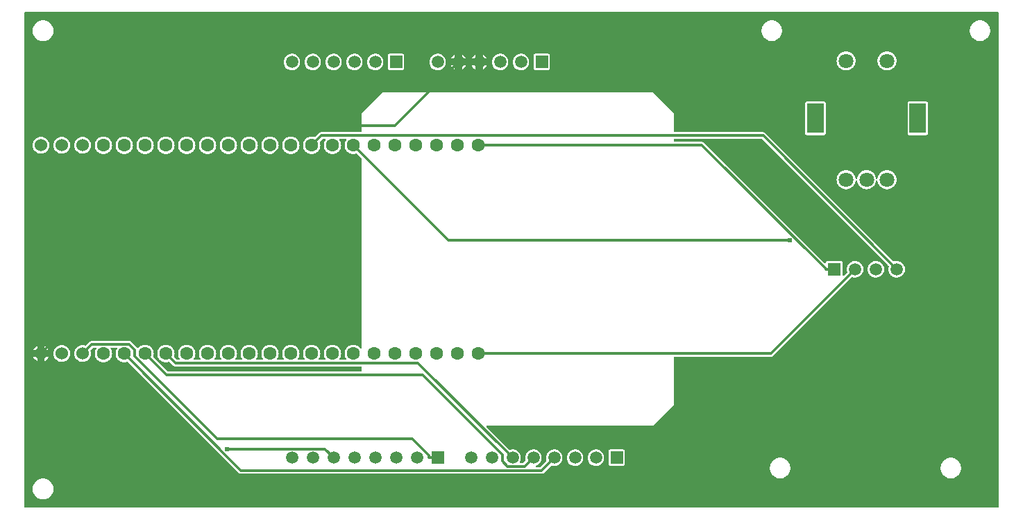
<source format=gtl>
G04 Layer: TopLayer*
G04 EasyEDA v6.5.44, 2024-08-15 16:57:17*
G04 730f8030baaa4eecbbdbbe0e4218c4d4,080bb0d1436b4706b040d70de8f1a738,10*
G04 Gerber Generator version 0.2*
G04 Scale: 100 percent, Rotated: No, Reflected: No *
G04 Dimensions in millimeters *
G04 leading zeros omitted , absolute positions ,4 integer and 5 decimal *
%FSLAX45Y45*%
%MOMM*%

%ADD10C,0.3000*%
%ADD11C,1.8009*%
%ADD12R,1.9990X3.5992*%
%ADD13C,1.6000*%
%ADD14C,1.5240*%
%ADD15R,1.5080X1.5080*%
%ADD16C,1.5080*%
%ADD17R,1.5000X1.5000*%
%ADD18C,1.5000*%
%ADD19C,0.6100*%
%ADD20C,0.0182*%

%LPD*%
G36*
X798068Y7137908D02*
G01*
X794156Y7138670D01*
X790905Y7140905D01*
X788670Y7144156D01*
X787908Y7148068D01*
X787908Y13171932D01*
X788670Y13175843D01*
X790905Y13179094D01*
X794156Y13181330D01*
X798068Y13182092D01*
X12663932Y13182092D01*
X12667843Y13181330D01*
X12671094Y13179094D01*
X12673330Y13175843D01*
X12674092Y13171932D01*
X12674092Y7148068D01*
X12673330Y7144156D01*
X12671094Y7140905D01*
X12667843Y7138670D01*
X12663932Y7137908D01*
G37*

%LPC*%
G36*
X1016000Y7238492D02*
G01*
X1031392Y7239457D01*
X1046530Y7242200D01*
X1061212Y7246772D01*
X1075232Y7253122D01*
X1088440Y7261098D01*
X1100531Y7270597D01*
X1111402Y7281468D01*
X1120902Y7293559D01*
X1128877Y7306767D01*
X1135227Y7320788D01*
X1139799Y7335469D01*
X1142542Y7350607D01*
X1143508Y7366000D01*
X1142542Y7381392D01*
X1139799Y7396530D01*
X1135227Y7411212D01*
X1128877Y7425232D01*
X1120902Y7438440D01*
X1111402Y7450531D01*
X1100531Y7461402D01*
X1088440Y7470902D01*
X1075232Y7478877D01*
X1061212Y7485227D01*
X1046530Y7489799D01*
X1031392Y7492542D01*
X1016000Y7493508D01*
X1000607Y7492542D01*
X985469Y7489799D01*
X970787Y7485227D01*
X956767Y7478877D01*
X943559Y7470902D01*
X931468Y7461402D01*
X920597Y7450531D01*
X911098Y7438440D01*
X903122Y7425232D01*
X896772Y7411212D01*
X892200Y7396530D01*
X889457Y7381392D01*
X888492Y7366000D01*
X889457Y7350607D01*
X892200Y7335469D01*
X896772Y7320788D01*
X903122Y7306767D01*
X911098Y7293559D01*
X920597Y7281468D01*
X931468Y7270597D01*
X943559Y7261098D01*
X956767Y7253122D01*
X970787Y7246772D01*
X985469Y7242200D01*
X1000607Y7239457D01*
G37*
G36*
X12090400Y7494117D02*
G01*
X12105589Y7495031D01*
X12120524Y7497775D01*
X12135053Y7502296D01*
X12148921Y7508544D01*
X12161926Y7516418D01*
X12173864Y7525766D01*
X12184634Y7536535D01*
X12193981Y7548473D01*
X12201855Y7561478D01*
X12208103Y7575346D01*
X12212624Y7589875D01*
X12215368Y7604810D01*
X12216282Y7620000D01*
X12215368Y7635189D01*
X12212624Y7650124D01*
X12208103Y7664653D01*
X12201855Y7678521D01*
X12193981Y7691526D01*
X12184634Y7703464D01*
X12173864Y7714234D01*
X12161926Y7723581D01*
X12148921Y7731455D01*
X12135053Y7737703D01*
X12120524Y7742224D01*
X12105589Y7744968D01*
X12090400Y7745882D01*
X12075210Y7744968D01*
X12060275Y7742224D01*
X12045746Y7737703D01*
X12031878Y7731455D01*
X12018873Y7723581D01*
X12006935Y7714234D01*
X11996166Y7703464D01*
X11986818Y7691526D01*
X11978944Y7678521D01*
X11972696Y7664653D01*
X11968175Y7650124D01*
X11965432Y7635189D01*
X11964517Y7620000D01*
X11965432Y7604810D01*
X11968175Y7589875D01*
X11972696Y7575346D01*
X11978944Y7561478D01*
X11986818Y7548473D01*
X11996166Y7536535D01*
X12006935Y7525766D01*
X12018873Y7516418D01*
X12031878Y7508544D01*
X12045746Y7502296D01*
X12060275Y7497775D01*
X12075210Y7495031D01*
G37*
G36*
X10007600Y7494117D02*
G01*
X10022789Y7495031D01*
X10037724Y7497775D01*
X10052253Y7502296D01*
X10066121Y7508544D01*
X10079126Y7516418D01*
X10091064Y7525766D01*
X10101834Y7536535D01*
X10111181Y7548473D01*
X10119055Y7561478D01*
X10125303Y7575346D01*
X10129824Y7589875D01*
X10132568Y7604810D01*
X10133482Y7620000D01*
X10132568Y7635189D01*
X10129824Y7650124D01*
X10125303Y7664653D01*
X10119055Y7678521D01*
X10111181Y7691526D01*
X10101834Y7703464D01*
X10091064Y7714234D01*
X10079126Y7723581D01*
X10066121Y7731455D01*
X10052253Y7737703D01*
X10037724Y7742224D01*
X10022789Y7744968D01*
X10007600Y7745882D01*
X9992410Y7744968D01*
X9977475Y7742224D01*
X9962946Y7737703D01*
X9949078Y7731455D01*
X9936073Y7723581D01*
X9924135Y7714234D01*
X9913366Y7703464D01*
X9904018Y7691526D01*
X9896144Y7678521D01*
X9889896Y7664653D01*
X9885375Y7650124D01*
X9882632Y7635189D01*
X9881717Y7620000D01*
X9882632Y7604810D01*
X9885375Y7589875D01*
X9889896Y7575346D01*
X9896144Y7561478D01*
X9904018Y7548473D01*
X9913366Y7536535D01*
X9924135Y7525766D01*
X9936073Y7516418D01*
X9949078Y7508544D01*
X9962946Y7502296D01*
X9977475Y7497775D01*
X9992410Y7495031D01*
G37*
G36*
X3432403Y7550759D02*
G01*
X7095845Y7550759D01*
X7104329Y7551572D01*
X7112000Y7553909D01*
X7119061Y7557668D01*
X7125614Y7563103D01*
X7211059Y7648549D01*
X7214108Y7650581D01*
X7217664Y7651496D01*
X7221270Y7651038D01*
X7228331Y7648854D01*
X7241590Y7646619D01*
X7255052Y7646162D01*
X7268464Y7647533D01*
X7281570Y7650632D01*
X7294168Y7655509D01*
X7306005Y7661960D01*
X7316825Y7669936D01*
X7326528Y7679334D01*
X7334859Y7689900D01*
X7341717Y7701483D01*
X7347000Y7713929D01*
X7350556Y7726883D01*
X7352334Y7740243D01*
X7352334Y7753756D01*
X7350556Y7767116D01*
X7347000Y7780070D01*
X7341717Y7792516D01*
X7334859Y7804099D01*
X7326528Y7814665D01*
X7316825Y7824063D01*
X7306005Y7832039D01*
X7294168Y7838490D01*
X7281570Y7843367D01*
X7268464Y7846466D01*
X7255052Y7847838D01*
X7241590Y7847380D01*
X7228331Y7845145D01*
X7215428Y7841132D01*
X7203236Y7835493D01*
X7191857Y7828229D01*
X7181545Y7819542D01*
X7172502Y7809534D01*
X7164882Y7798409D01*
X7158837Y7786370D01*
X7154418Y7773670D01*
X7151725Y7760462D01*
X7150811Y7747000D01*
X7151725Y7733538D01*
X7154418Y7720330D01*
X7155586Y7716875D01*
X7156145Y7713116D01*
X7155332Y7709458D01*
X7153198Y7706359D01*
X7082383Y7635544D01*
X7079081Y7633309D01*
X7075220Y7632547D01*
X7035292Y7632547D01*
X7031380Y7633360D01*
X7028027Y7635595D01*
X7025843Y7638948D01*
X7025131Y7642859D01*
X7025995Y7646771D01*
X7028281Y7650073D01*
X7031634Y7652207D01*
X7040168Y7655509D01*
X7052005Y7661960D01*
X7062825Y7669936D01*
X7072528Y7679334D01*
X7080859Y7689900D01*
X7087717Y7701483D01*
X7093000Y7713929D01*
X7096556Y7726883D01*
X7098334Y7740243D01*
X7098334Y7753756D01*
X7096556Y7767116D01*
X7093000Y7780070D01*
X7087717Y7792516D01*
X7080859Y7804099D01*
X7072528Y7814665D01*
X7062825Y7824063D01*
X7052005Y7832039D01*
X7040168Y7838490D01*
X7027570Y7843367D01*
X7014464Y7846466D01*
X7001052Y7847838D01*
X6987590Y7847380D01*
X6974331Y7845145D01*
X6961428Y7841132D01*
X6949236Y7835493D01*
X6937857Y7828229D01*
X6927545Y7819542D01*
X6918502Y7809534D01*
X6910882Y7798409D01*
X6904837Y7786370D01*
X6900418Y7773670D01*
X6897725Y7760462D01*
X6896811Y7747000D01*
X6897725Y7733538D01*
X6900418Y7720330D01*
X6901586Y7716875D01*
X6902145Y7713116D01*
X6901332Y7709458D01*
X6899198Y7706359D01*
X6878320Y7685481D01*
X6875018Y7683246D01*
X6871157Y7682484D01*
X6840321Y7682484D01*
X6836156Y7683398D01*
X6832752Y7685887D01*
X6830618Y7689596D01*
X6830212Y7693812D01*
X6831584Y7697825D01*
X6833717Y7701483D01*
X6839000Y7713929D01*
X6842556Y7726883D01*
X6844334Y7740243D01*
X6844334Y7753756D01*
X6842556Y7767116D01*
X6839000Y7780070D01*
X6833717Y7792516D01*
X6826859Y7804099D01*
X6818528Y7814665D01*
X6808825Y7824063D01*
X6798005Y7832039D01*
X6786168Y7838490D01*
X6773570Y7843367D01*
X6760464Y7846466D01*
X6747052Y7847838D01*
X6733590Y7847380D01*
X6720331Y7845145D01*
X6713270Y7842961D01*
X6709664Y7842503D01*
X6706108Y7843418D01*
X6703059Y7845450D01*
X6425184Y8123377D01*
X6422999Y8126628D01*
X6422237Y8130540D01*
X6422999Y8134451D01*
X6425184Y8137702D01*
X6428486Y8139938D01*
X6432397Y8140700D01*
X8457184Y8140700D01*
X8458911Y8141411D01*
X8711488Y8393988D01*
X8712200Y8395716D01*
X8712200Y8965946D01*
X8712962Y8969806D01*
X8715197Y8973108D01*
X8718448Y8975293D01*
X8722360Y8976106D01*
X9892792Y8976106D01*
X9901275Y8976918D01*
X9908946Y8979255D01*
X9916007Y8983014D01*
X9922560Y8988450D01*
X10880902Y9946741D01*
X10884154Y9948926D01*
X10887913Y9949738D01*
X10891977Y9948976D01*
X10905134Y9945827D01*
X10918596Y9944455D01*
X10932160Y9944912D01*
X10945469Y9947198D01*
X10958423Y9951161D01*
X10970666Y9956901D01*
X10982096Y9964166D01*
X10992408Y9972903D01*
X11001502Y9982911D01*
X11009122Y9994087D01*
X11015268Y10006177D01*
X11019688Y10018928D01*
X11022380Y10032187D01*
X11023295Y10045700D01*
X11022380Y10059212D01*
X11019688Y10072471D01*
X11015268Y10085222D01*
X11009122Y10097312D01*
X11001502Y10108488D01*
X10992408Y10118496D01*
X10982096Y10127234D01*
X10970666Y10134498D01*
X10958423Y10140238D01*
X10945469Y10144201D01*
X10932160Y10146487D01*
X10918596Y10146944D01*
X10905134Y10145572D01*
X10891977Y10142423D01*
X10879378Y10137597D01*
X10867491Y10131094D01*
X10856620Y10123068D01*
X10846866Y10113619D01*
X10838484Y10103002D01*
X10831576Y10091369D01*
X10826343Y10078923D01*
X10822736Y10065867D01*
X10820958Y10052456D01*
X10820958Y10038943D01*
X10822736Y10025532D01*
X10825734Y10014559D01*
X10826089Y10011003D01*
X10825175Y10007600D01*
X10823143Y10004704D01*
X10786668Y9968179D01*
X10783366Y9965994D01*
X10779455Y9965232D01*
X10775594Y9965994D01*
X10772292Y9968179D01*
X10770057Y9971481D01*
X10769295Y9975392D01*
X10769295Y10120528D01*
X10768584Y10126827D01*
X10766704Y10132314D01*
X10763605Y10137190D01*
X10759490Y10141305D01*
X10754614Y10144404D01*
X10749127Y10146284D01*
X10742828Y10146995D01*
X10593171Y10146995D01*
X10586872Y10146284D01*
X10581386Y10144404D01*
X10576509Y10141305D01*
X10572394Y10137190D01*
X10569295Y10132314D01*
X10567416Y10126827D01*
X10567060Y10123932D01*
X10565942Y10120325D01*
X10563606Y10117378D01*
X10560354Y10115499D01*
X10556595Y10114940D01*
X10552938Y10115753D01*
X10549788Y10117886D01*
X9082125Y11585549D01*
X9075521Y11590985D01*
X9068460Y11594744D01*
X9060789Y11597081D01*
X9052356Y11597894D01*
X8722360Y11597894D01*
X8718448Y11598656D01*
X8715197Y11600891D01*
X8712962Y11604193D01*
X8712200Y11608054D01*
X8712200Y11624513D01*
X8712962Y11628374D01*
X8715197Y11631676D01*
X8718448Y11633860D01*
X8722360Y11634673D01*
X9779000Y11634673D01*
X9782860Y11633860D01*
X9786162Y11631676D01*
X11331143Y10086695D01*
X11333175Y10083800D01*
X11334089Y10080396D01*
X11333734Y10076840D01*
X11330736Y10065867D01*
X11328958Y10052456D01*
X11328958Y10038943D01*
X11330736Y10025532D01*
X11334343Y10012476D01*
X11339576Y10000030D01*
X11346484Y9988397D01*
X11354866Y9977780D01*
X11364620Y9968331D01*
X11375491Y9960305D01*
X11387378Y9953802D01*
X11399977Y9948976D01*
X11413134Y9945827D01*
X11426596Y9944455D01*
X11440160Y9944912D01*
X11453469Y9947198D01*
X11466423Y9951161D01*
X11478666Y9956901D01*
X11490096Y9964166D01*
X11500408Y9972903D01*
X11509502Y9982911D01*
X11517122Y9994087D01*
X11523268Y10006177D01*
X11527688Y10018928D01*
X11530380Y10032187D01*
X11531295Y10045700D01*
X11530380Y10059212D01*
X11527688Y10072471D01*
X11523268Y10085222D01*
X11517122Y10097312D01*
X11509502Y10108488D01*
X11500408Y10118496D01*
X11490096Y10127234D01*
X11478666Y10134498D01*
X11466423Y10140238D01*
X11453469Y10144201D01*
X11440160Y10146487D01*
X11426596Y10146944D01*
X11413134Y10145572D01*
X11399723Y10142321D01*
X11395913Y10141661D01*
X11392154Y10142474D01*
X11388902Y10144658D01*
X9829393Y11704116D01*
X9822840Y11709552D01*
X9815779Y11713311D01*
X9808108Y11715648D01*
X9799624Y11716461D01*
X8722360Y11716461D01*
X8718448Y11717223D01*
X8715197Y11719458D01*
X8712962Y11722760D01*
X8712200Y11726621D01*
X8712200Y11949684D01*
X8711488Y11951411D01*
X8458911Y12203988D01*
X8457184Y12204700D01*
X5157216Y12204700D01*
X5155488Y12203988D01*
X4902911Y11951411D01*
X4902200Y11949684D01*
X4902200Y11726621D01*
X4901438Y11722760D01*
X4899202Y11719458D01*
X4895951Y11717223D01*
X4892040Y11716461D01*
X4411624Y11716461D01*
X4403191Y11715648D01*
X4395520Y11713311D01*
X4388459Y11709552D01*
X4381855Y11704116D01*
X4337151Y11659412D01*
X4334052Y11657330D01*
X4330395Y11656466D01*
X4326686Y11656974D01*
X4319981Y11659260D01*
X4306417Y11661952D01*
X4292600Y11662867D01*
X4278782Y11661952D01*
X4265168Y11659260D01*
X4252061Y11654840D01*
X4239666Y11648694D01*
X4228134Y11641023D01*
X4217720Y11631879D01*
X4208576Y11621465D01*
X4200906Y11609933D01*
X4194759Y11597538D01*
X4190288Y11584381D01*
X4187596Y11570817D01*
X4186682Y11557000D01*
X4187596Y11543182D01*
X4190288Y11529568D01*
X4194759Y11516461D01*
X4200906Y11504066D01*
X4208576Y11492534D01*
X4217720Y11482120D01*
X4228134Y11472976D01*
X4239666Y11465306D01*
X4252061Y11459159D01*
X4265168Y11454739D01*
X4278782Y11451996D01*
X4292600Y11451132D01*
X4306417Y11451996D01*
X4319981Y11454739D01*
X4333087Y11459159D01*
X4345533Y11465306D01*
X4357065Y11472976D01*
X4367479Y11482120D01*
X4376572Y11492534D01*
X4384294Y11504066D01*
X4390390Y11516461D01*
X4394860Y11529568D01*
X4397552Y11543182D01*
X4398467Y11557000D01*
X4397552Y11570817D01*
X4394860Y11584381D01*
X4392574Y11591137D01*
X4392066Y11594846D01*
X4392879Y11598503D01*
X4395012Y11601602D01*
X4425086Y11631676D01*
X4428388Y11633860D01*
X4432300Y11634673D01*
X4452366Y11634673D01*
X4456633Y11633708D01*
X4460138Y11631117D01*
X4462170Y11627256D01*
X4462424Y11622887D01*
X4460849Y11618874D01*
X4454855Y11609933D01*
X4448759Y11597538D01*
X4444288Y11584381D01*
X4441596Y11570817D01*
X4440682Y11557000D01*
X4441596Y11543182D01*
X4444288Y11529568D01*
X4448759Y11516461D01*
X4454855Y11504066D01*
X4462576Y11492534D01*
X4471720Y11482120D01*
X4482134Y11472976D01*
X4493615Y11465306D01*
X4506061Y11459159D01*
X4519168Y11454739D01*
X4532782Y11451996D01*
X4546600Y11451132D01*
X4560417Y11451996D01*
X4573981Y11454739D01*
X4587087Y11459159D01*
X4599533Y11465306D01*
X4611014Y11472976D01*
X4621428Y11482120D01*
X4630572Y11492534D01*
X4638294Y11504066D01*
X4644390Y11516461D01*
X4648860Y11529568D01*
X4651552Y11543182D01*
X4652467Y11557000D01*
X4651552Y11570817D01*
X4648860Y11584381D01*
X4644390Y11597538D01*
X4638294Y11609933D01*
X4632299Y11618874D01*
X4630724Y11622887D01*
X4630978Y11627256D01*
X4633061Y11631117D01*
X4636516Y11633708D01*
X4640783Y11634673D01*
X4706366Y11634673D01*
X4710633Y11633708D01*
X4714138Y11631117D01*
X4716170Y11627256D01*
X4716424Y11622887D01*
X4714849Y11618874D01*
X4708855Y11609933D01*
X4702759Y11597538D01*
X4698288Y11584381D01*
X4695596Y11570817D01*
X4694682Y11557000D01*
X4695596Y11543182D01*
X4698288Y11529568D01*
X4702759Y11516461D01*
X4708855Y11504066D01*
X4716576Y11492534D01*
X4725720Y11482120D01*
X4736134Y11472976D01*
X4747615Y11465306D01*
X4760061Y11459159D01*
X4773168Y11454739D01*
X4786782Y11451996D01*
X4800600Y11451132D01*
X4814417Y11451996D01*
X4827981Y11454739D01*
X4834686Y11456974D01*
X4838395Y11457533D01*
X4842052Y11456670D01*
X4845151Y11454587D01*
X4899202Y11400485D01*
X4901438Y11397183D01*
X4902200Y11393322D01*
X4902200Y9088374D01*
X4901387Y9084360D01*
X4899050Y9081008D01*
X4895596Y9078874D01*
X4891582Y9078214D01*
X4887671Y9079230D01*
X4884420Y9081668D01*
X4875428Y9091879D01*
X4865014Y9101023D01*
X4853533Y9108694D01*
X4841087Y9114840D01*
X4827981Y9119260D01*
X4814417Y9122003D01*
X4800600Y9122867D01*
X4786782Y9122003D01*
X4773168Y9119260D01*
X4760061Y9114840D01*
X4747615Y9108694D01*
X4736134Y9101023D01*
X4725720Y9091879D01*
X4716576Y9081465D01*
X4708855Y9069933D01*
X4702759Y9057538D01*
X4698288Y9044432D01*
X4695596Y9030817D01*
X4694682Y9017000D01*
X4695596Y9003182D01*
X4698288Y8989618D01*
X4702759Y8976461D01*
X4708855Y8964066D01*
X4713732Y8956802D01*
X4715306Y8952788D01*
X4715052Y8948420D01*
X4713020Y8944559D01*
X4709515Y8941968D01*
X4705248Y8941003D01*
X4641900Y8941003D01*
X4637633Y8941968D01*
X4634179Y8944559D01*
X4632096Y8948420D01*
X4631842Y8952788D01*
X4633417Y8956802D01*
X4638294Y8964066D01*
X4644390Y8976461D01*
X4648860Y8989618D01*
X4651552Y9003182D01*
X4652467Y9017000D01*
X4651552Y9030817D01*
X4648860Y9044432D01*
X4644390Y9057538D01*
X4638294Y9069933D01*
X4630572Y9081465D01*
X4621428Y9091879D01*
X4611014Y9101023D01*
X4599533Y9108694D01*
X4587087Y9114840D01*
X4573981Y9119260D01*
X4560417Y9122003D01*
X4546600Y9122867D01*
X4532782Y9122003D01*
X4519168Y9119260D01*
X4506061Y9114840D01*
X4493615Y9108694D01*
X4482134Y9101023D01*
X4471720Y9091879D01*
X4462576Y9081465D01*
X4454855Y9069933D01*
X4448759Y9057538D01*
X4444288Y9044432D01*
X4441596Y9030817D01*
X4440682Y9017000D01*
X4441596Y9003182D01*
X4444288Y8989618D01*
X4448759Y8976461D01*
X4454855Y8964066D01*
X4459732Y8956802D01*
X4461306Y8952788D01*
X4461052Y8948420D01*
X4459020Y8944559D01*
X4455515Y8941968D01*
X4451248Y8941003D01*
X4387900Y8941003D01*
X4383633Y8941968D01*
X4380179Y8944559D01*
X4378096Y8948420D01*
X4377842Y8952788D01*
X4379468Y8956802D01*
X4384294Y8964066D01*
X4390390Y8976461D01*
X4394860Y8989618D01*
X4397552Y9003182D01*
X4398467Y9017000D01*
X4397552Y9030817D01*
X4394860Y9044432D01*
X4390390Y9057538D01*
X4384294Y9069933D01*
X4376572Y9081465D01*
X4367479Y9091879D01*
X4357065Y9101023D01*
X4345533Y9108694D01*
X4333087Y9114840D01*
X4319981Y9119260D01*
X4306417Y9122003D01*
X4292600Y9122867D01*
X4278782Y9122003D01*
X4265168Y9119260D01*
X4252061Y9114840D01*
X4239666Y9108694D01*
X4228134Y9101023D01*
X4217720Y9091879D01*
X4208576Y9081465D01*
X4200906Y9069933D01*
X4194759Y9057538D01*
X4190288Y9044432D01*
X4187596Y9030817D01*
X4186682Y9017000D01*
X4187596Y9003182D01*
X4190288Y8989618D01*
X4194759Y8976461D01*
X4200906Y8964066D01*
X4205732Y8956802D01*
X4207306Y8952788D01*
X4207052Y8948420D01*
X4205020Y8944559D01*
X4201515Y8941968D01*
X4197299Y8941003D01*
X4133900Y8941003D01*
X4129633Y8941968D01*
X4126179Y8944559D01*
X4124096Y8948420D01*
X4123842Y8952788D01*
X4125468Y8956802D01*
X4130294Y8964066D01*
X4136390Y8976461D01*
X4140860Y8989618D01*
X4143552Y9003182D01*
X4144467Y9017000D01*
X4143552Y9030817D01*
X4140860Y9044432D01*
X4136390Y9057538D01*
X4130294Y9069933D01*
X4122572Y9081465D01*
X4113479Y9091879D01*
X4103065Y9101023D01*
X4091533Y9108694D01*
X4079087Y9114840D01*
X4065981Y9119260D01*
X4052417Y9122003D01*
X4038600Y9122867D01*
X4024782Y9122003D01*
X4011168Y9119260D01*
X3998061Y9114840D01*
X3985666Y9108694D01*
X3974134Y9101023D01*
X3963720Y9091879D01*
X3954576Y9081465D01*
X3946906Y9069933D01*
X3940759Y9057538D01*
X3936288Y9044432D01*
X3933596Y9030817D01*
X3932682Y9017000D01*
X3933596Y9003182D01*
X3936288Y8989618D01*
X3940759Y8976461D01*
X3946906Y8964066D01*
X3951732Y8956802D01*
X3953306Y8952788D01*
X3953052Y8948420D01*
X3951020Y8944559D01*
X3947515Y8941968D01*
X3943299Y8941003D01*
X3879900Y8941003D01*
X3875633Y8941968D01*
X3872179Y8944559D01*
X3870096Y8948420D01*
X3869842Y8952788D01*
X3871468Y8956802D01*
X3876294Y8964066D01*
X3882390Y8976461D01*
X3886860Y8989618D01*
X3889552Y9003182D01*
X3890467Y9017000D01*
X3889552Y9030817D01*
X3886860Y9044432D01*
X3882390Y9057538D01*
X3876294Y9069933D01*
X3868572Y9081465D01*
X3859479Y9091879D01*
X3849065Y9101023D01*
X3837533Y9108694D01*
X3825087Y9114840D01*
X3811981Y9119260D01*
X3798417Y9122003D01*
X3784600Y9122867D01*
X3770782Y9122003D01*
X3757168Y9119260D01*
X3744061Y9114840D01*
X3731666Y9108694D01*
X3720134Y9101023D01*
X3709720Y9091879D01*
X3700576Y9081465D01*
X3692906Y9069933D01*
X3686759Y9057538D01*
X3682288Y9044432D01*
X3679596Y9030817D01*
X3678682Y9017000D01*
X3679596Y9003182D01*
X3682288Y8989618D01*
X3686759Y8976461D01*
X3692906Y8964066D01*
X3697732Y8956802D01*
X3699306Y8952788D01*
X3699052Y8948420D01*
X3697020Y8944559D01*
X3693515Y8941968D01*
X3689299Y8941003D01*
X3625900Y8941003D01*
X3621633Y8941968D01*
X3618179Y8944559D01*
X3616096Y8948420D01*
X3615842Y8952788D01*
X3617468Y8956802D01*
X3622294Y8964066D01*
X3628390Y8976461D01*
X3632860Y8989618D01*
X3635552Y9003182D01*
X3636467Y9017000D01*
X3635552Y9030817D01*
X3632860Y9044432D01*
X3628390Y9057538D01*
X3622294Y9069933D01*
X3614572Y9081465D01*
X3605479Y9091879D01*
X3595065Y9101023D01*
X3583533Y9108694D01*
X3571087Y9114840D01*
X3557981Y9119260D01*
X3544417Y9122003D01*
X3530600Y9122867D01*
X3516782Y9122003D01*
X3503168Y9119260D01*
X3490061Y9114840D01*
X3477666Y9108694D01*
X3466134Y9101023D01*
X3455720Y9091879D01*
X3446576Y9081465D01*
X3438906Y9069933D01*
X3432759Y9057538D01*
X3428288Y9044432D01*
X3425596Y9030817D01*
X3424682Y9017000D01*
X3425596Y9003182D01*
X3428288Y8989618D01*
X3432759Y8976461D01*
X3438906Y8964066D01*
X3443732Y8956802D01*
X3445306Y8952788D01*
X3445052Y8948420D01*
X3443020Y8944559D01*
X3439515Y8941968D01*
X3435299Y8941003D01*
X3371900Y8941003D01*
X3367633Y8941968D01*
X3364179Y8944559D01*
X3362096Y8948420D01*
X3361842Y8952788D01*
X3363468Y8956802D01*
X3368294Y8964066D01*
X3374390Y8976461D01*
X3378860Y8989618D01*
X3381552Y9003182D01*
X3382467Y9017000D01*
X3381552Y9030817D01*
X3378860Y9044432D01*
X3374390Y9057538D01*
X3368294Y9069933D01*
X3360572Y9081465D01*
X3351479Y9091879D01*
X3341065Y9101023D01*
X3329533Y9108694D01*
X3317087Y9114840D01*
X3303981Y9119260D01*
X3290417Y9122003D01*
X3276600Y9122867D01*
X3262782Y9122003D01*
X3249168Y9119260D01*
X3236061Y9114840D01*
X3223666Y9108694D01*
X3212134Y9101023D01*
X3201720Y9091879D01*
X3192576Y9081465D01*
X3184906Y9069933D01*
X3178759Y9057538D01*
X3174288Y9044432D01*
X3171596Y9030817D01*
X3170682Y9017000D01*
X3171596Y9003182D01*
X3174288Y8989618D01*
X3178759Y8976461D01*
X3184906Y8964066D01*
X3189732Y8956802D01*
X3191306Y8952788D01*
X3191052Y8948420D01*
X3189020Y8944559D01*
X3185515Y8941968D01*
X3181299Y8941003D01*
X3117900Y8941003D01*
X3113633Y8941968D01*
X3110179Y8944559D01*
X3108096Y8948420D01*
X3107842Y8952788D01*
X3109468Y8956802D01*
X3114294Y8964066D01*
X3120440Y8976461D01*
X3124860Y8989618D01*
X3127552Y9003182D01*
X3128467Y9017000D01*
X3127552Y9030817D01*
X3124860Y9044432D01*
X3120440Y9057538D01*
X3114294Y9069933D01*
X3106572Y9081465D01*
X3097479Y9091879D01*
X3087065Y9101023D01*
X3075533Y9108694D01*
X3063087Y9114840D01*
X3049981Y9119260D01*
X3036417Y9122003D01*
X3022600Y9122867D01*
X3008782Y9122003D01*
X2995168Y9119260D01*
X2982061Y9114840D01*
X2969666Y9108694D01*
X2958134Y9101023D01*
X2947720Y9091879D01*
X2938576Y9081465D01*
X2930906Y9069933D01*
X2924759Y9057538D01*
X2920288Y9044432D01*
X2917596Y9030817D01*
X2916682Y9017000D01*
X2917596Y9003182D01*
X2920288Y8989618D01*
X2924759Y8976461D01*
X2930906Y8964066D01*
X2935732Y8956802D01*
X2937306Y8952788D01*
X2937052Y8948420D01*
X2935020Y8944559D01*
X2931515Y8941968D01*
X2927299Y8941003D01*
X2863900Y8941003D01*
X2859633Y8941968D01*
X2856179Y8944559D01*
X2854096Y8948420D01*
X2853842Y8952788D01*
X2855468Y8956802D01*
X2860294Y8964066D01*
X2866440Y8976461D01*
X2870860Y8989618D01*
X2873552Y9003182D01*
X2874467Y9017000D01*
X2873552Y9030817D01*
X2870860Y9044432D01*
X2866440Y9057538D01*
X2860294Y9069933D01*
X2852572Y9081465D01*
X2843479Y9091879D01*
X2833065Y9101023D01*
X2821533Y9108694D01*
X2809087Y9114840D01*
X2795981Y9119260D01*
X2782417Y9122003D01*
X2768600Y9122867D01*
X2754782Y9122003D01*
X2741168Y9119260D01*
X2728061Y9114840D01*
X2715666Y9108694D01*
X2704134Y9101023D01*
X2693720Y9091879D01*
X2684576Y9081465D01*
X2676906Y9069933D01*
X2670759Y9057538D01*
X2666288Y9044432D01*
X2663596Y9030817D01*
X2662682Y9017000D01*
X2663596Y9003182D01*
X2666288Y8989618D01*
X2670759Y8976461D01*
X2676906Y8964066D01*
X2681732Y8956802D01*
X2683306Y8952788D01*
X2683052Y8948420D01*
X2681020Y8944559D01*
X2677515Y8941968D01*
X2673299Y8941003D01*
X2652623Y8941003D01*
X2648712Y8941765D01*
X2645410Y8944000D01*
X2617012Y8972397D01*
X2614879Y8975496D01*
X2614066Y8979154D01*
X2614574Y8982862D01*
X2616860Y8989618D01*
X2619552Y9003182D01*
X2620467Y9017000D01*
X2619552Y9030817D01*
X2616860Y9044432D01*
X2612440Y9057538D01*
X2606294Y9069933D01*
X2598572Y9081465D01*
X2589479Y9091879D01*
X2579065Y9101023D01*
X2567533Y9108694D01*
X2555087Y9114840D01*
X2541981Y9119260D01*
X2528417Y9122003D01*
X2514600Y9122867D01*
X2500782Y9122003D01*
X2487168Y9119260D01*
X2474061Y9114840D01*
X2461666Y9108694D01*
X2450134Y9101023D01*
X2439720Y9091879D01*
X2430576Y9081465D01*
X2422906Y9069933D01*
X2416759Y9057538D01*
X2412288Y9044432D01*
X2409596Y9030817D01*
X2408682Y9017000D01*
X2409596Y9003182D01*
X2412288Y8989618D01*
X2416759Y8976461D01*
X2422906Y8964066D01*
X2430576Y8952534D01*
X2439720Y8942120D01*
X2450134Y8932976D01*
X2461666Y8925306D01*
X2474061Y8919159D01*
X2487168Y8914739D01*
X2500782Y8912047D01*
X2514600Y8911132D01*
X2528417Y8912047D01*
X2541981Y8914739D01*
X2548686Y8917025D01*
X2552395Y8917533D01*
X2556052Y8916670D01*
X2559151Y8914587D01*
X2602179Y8871559D01*
X2608783Y8866124D01*
X2615844Y8862364D01*
X2623515Y8860028D01*
X2631948Y8859215D01*
X4892040Y8859215D01*
X4895951Y8858402D01*
X4899202Y8856218D01*
X4901438Y8852916D01*
X4902200Y8849055D01*
X4902200Y8807653D01*
X4901438Y8803741D01*
X4899202Y8800439D01*
X4895951Y8798255D01*
X4892040Y8797493D01*
X2542133Y8797493D01*
X2538272Y8798255D01*
X2534970Y8800439D01*
X2363012Y8972397D01*
X2360879Y8975496D01*
X2360066Y8979154D01*
X2360574Y8982862D01*
X2362860Y8989618D01*
X2365552Y9003182D01*
X2366467Y9017000D01*
X2365552Y9030817D01*
X2362860Y9044432D01*
X2358440Y9057538D01*
X2352294Y9069933D01*
X2344572Y9081465D01*
X2335479Y9091879D01*
X2325065Y9101023D01*
X2313533Y9108694D01*
X2301087Y9114840D01*
X2287981Y9119260D01*
X2274417Y9122003D01*
X2260600Y9122867D01*
X2246782Y9122003D01*
X2233168Y9119260D01*
X2220061Y9114840D01*
X2207666Y9108694D01*
X2196134Y9101023D01*
X2185720Y9091879D01*
X2181504Y9087104D01*
X2177999Y9084513D01*
X2173732Y9083649D01*
X2169464Y9084665D01*
X2166010Y9087358D01*
X2162149Y9092082D01*
X2095093Y9159138D01*
X2088489Y9164523D01*
X2081428Y9168333D01*
X2073757Y9170619D01*
X2065324Y9171482D01*
X1612646Y9171482D01*
X1604213Y9170619D01*
X1596542Y9168333D01*
X1589481Y9164523D01*
X1582877Y9159138D01*
X1540154Y9116415D01*
X1537157Y9114332D01*
X1533601Y9113469D01*
X1529994Y9113926D01*
X1522272Y9116314D01*
X1508810Y9118600D01*
X1495196Y9119057D01*
X1481582Y9117685D01*
X1468323Y9114485D01*
X1455623Y9109608D01*
X1443634Y9103055D01*
X1432661Y9094978D01*
X1422857Y9085478D01*
X1414424Y9074759D01*
X1407464Y9063024D01*
X1402130Y9050477D01*
X1398524Y9037320D01*
X1396746Y9023807D01*
X1396746Y9010192D01*
X1398524Y8996680D01*
X1402130Y8983522D01*
X1407464Y8970975D01*
X1414424Y8959240D01*
X1422857Y8948521D01*
X1432661Y8939022D01*
X1443634Y8930944D01*
X1455623Y8924391D01*
X1468323Y8919514D01*
X1481582Y8916365D01*
X1495196Y8914993D01*
X1508810Y8915450D01*
X1522272Y8917686D01*
X1535277Y8921750D01*
X1547622Y8927490D01*
X1559153Y8934805D01*
X1569567Y8943644D01*
X1578711Y8953754D01*
X1586433Y8964980D01*
X1592580Y8977172D01*
X1597050Y8990025D01*
X1599742Y9003385D01*
X1600657Y9017000D01*
X1599742Y9030614D01*
X1597050Y9043974D01*
X1595628Y9048089D01*
X1595069Y9051798D01*
X1595932Y9055455D01*
X1598015Y9058605D01*
X1626107Y9086697D01*
X1629410Y9088882D01*
X1633321Y9089644D01*
X1655064Y9089644D01*
X1659331Y9088729D01*
X1662785Y9086088D01*
X1664817Y9082278D01*
X1665071Y9077909D01*
X1663496Y9073845D01*
X1660906Y9069933D01*
X1654759Y9057538D01*
X1650339Y9044432D01*
X1647596Y9030817D01*
X1646732Y9017000D01*
X1647596Y9003182D01*
X1650339Y8989618D01*
X1654759Y8976461D01*
X1660906Y8964066D01*
X1668576Y8952534D01*
X1677720Y8942120D01*
X1688134Y8932976D01*
X1699666Y8925306D01*
X1712061Y8919159D01*
X1725168Y8914739D01*
X1738782Y8912047D01*
X1752600Y8911132D01*
X1766417Y8912047D01*
X1779981Y8914739D01*
X1793138Y8919159D01*
X1805533Y8925306D01*
X1817065Y8932976D01*
X1827479Y8942120D01*
X1836623Y8952534D01*
X1844293Y8964066D01*
X1850440Y8976461D01*
X1854860Y8989618D01*
X1857552Y9003182D01*
X1858467Y9017000D01*
X1857552Y9030817D01*
X1854860Y9044432D01*
X1850440Y9057538D01*
X1844293Y9069933D01*
X1841703Y9073845D01*
X1840077Y9077909D01*
X1840331Y9082278D01*
X1842414Y9086088D01*
X1845868Y9088729D01*
X1850136Y9089644D01*
X1909064Y9089644D01*
X1913280Y9088729D01*
X1916785Y9086088D01*
X1918817Y9082278D01*
X1919071Y9077909D01*
X1917496Y9073845D01*
X1914906Y9069933D01*
X1908759Y9057538D01*
X1904288Y9044432D01*
X1901596Y9030817D01*
X1900682Y9017000D01*
X1901596Y9003182D01*
X1904288Y8989618D01*
X1908759Y8976461D01*
X1914906Y8964066D01*
X1922576Y8952534D01*
X1931720Y8942120D01*
X1942134Y8932976D01*
X1953666Y8925306D01*
X1966061Y8919159D01*
X1979168Y8914739D01*
X1992782Y8912047D01*
X2006600Y8911132D01*
X2020417Y8912047D01*
X2033981Y8914739D01*
X2040686Y8917025D01*
X2044395Y8917533D01*
X2048052Y8916670D01*
X2051151Y8914587D01*
X3402634Y7563103D01*
X3409238Y7557668D01*
X3416300Y7553909D01*
X3423970Y7551572D01*
G37*
G36*
X7939278Y7646111D02*
G01*
X8088122Y7646111D01*
X8094472Y7646822D01*
X8099907Y7648702D01*
X8104835Y7651800D01*
X8108899Y7655864D01*
X8111998Y7660792D01*
X8113877Y7666228D01*
X8114588Y7672578D01*
X8114588Y7821422D01*
X8113877Y7827772D01*
X8111998Y7833207D01*
X8108899Y7838135D01*
X8104835Y7842199D01*
X8099907Y7845298D01*
X8094472Y7847177D01*
X8088122Y7847888D01*
X7939278Y7847888D01*
X7932928Y7847177D01*
X7927492Y7845298D01*
X7922564Y7842199D01*
X7918500Y7838135D01*
X7915402Y7833207D01*
X7913522Y7827772D01*
X7912811Y7821422D01*
X7912811Y7672578D01*
X7913522Y7666228D01*
X7915402Y7660792D01*
X7918500Y7655864D01*
X7922564Y7651800D01*
X7927492Y7648702D01*
X7932928Y7646822D01*
G37*
G36*
X7763052Y7646162D02*
G01*
X7776464Y7647533D01*
X7789570Y7650632D01*
X7802168Y7655509D01*
X7814005Y7661960D01*
X7824825Y7669936D01*
X7834528Y7679334D01*
X7842859Y7689900D01*
X7849717Y7701483D01*
X7855000Y7713929D01*
X7858556Y7726883D01*
X7860334Y7740243D01*
X7860334Y7753756D01*
X7858556Y7767116D01*
X7855000Y7780070D01*
X7849717Y7792516D01*
X7842859Y7804099D01*
X7834528Y7814665D01*
X7824825Y7824063D01*
X7814005Y7832039D01*
X7802168Y7838490D01*
X7789570Y7843367D01*
X7776464Y7846466D01*
X7763052Y7847838D01*
X7749590Y7847380D01*
X7736331Y7845145D01*
X7723428Y7841132D01*
X7711236Y7835493D01*
X7699857Y7828229D01*
X7689545Y7819542D01*
X7680502Y7809534D01*
X7672882Y7798409D01*
X7666837Y7786370D01*
X7662418Y7773670D01*
X7659725Y7760462D01*
X7658811Y7747000D01*
X7659725Y7733538D01*
X7662418Y7720330D01*
X7666837Y7707630D01*
X7672882Y7695590D01*
X7680502Y7684465D01*
X7689545Y7674457D01*
X7699857Y7665770D01*
X7711236Y7658506D01*
X7723428Y7652867D01*
X7736331Y7648854D01*
X7749590Y7646619D01*
G37*
G36*
X7509052Y7646162D02*
G01*
X7522464Y7647533D01*
X7535570Y7650632D01*
X7548168Y7655509D01*
X7560005Y7661960D01*
X7570825Y7669936D01*
X7580528Y7679334D01*
X7588859Y7689900D01*
X7595717Y7701483D01*
X7601000Y7713929D01*
X7604556Y7726883D01*
X7606334Y7740243D01*
X7606334Y7753756D01*
X7604556Y7767116D01*
X7601000Y7780070D01*
X7595717Y7792516D01*
X7588859Y7804099D01*
X7580528Y7814665D01*
X7570825Y7824063D01*
X7560005Y7832039D01*
X7548168Y7838490D01*
X7535570Y7843367D01*
X7522464Y7846466D01*
X7509052Y7847838D01*
X7495590Y7847380D01*
X7482331Y7845145D01*
X7469428Y7841132D01*
X7457236Y7835493D01*
X7445857Y7828229D01*
X7435545Y7819542D01*
X7426502Y7809534D01*
X7418882Y7798409D01*
X7412837Y7786370D01*
X7408418Y7773670D01*
X7405725Y7760462D01*
X7404811Y7747000D01*
X7405725Y7733538D01*
X7408418Y7720330D01*
X7412837Y7707630D01*
X7418882Y7695590D01*
X7426502Y7684465D01*
X7435545Y7674457D01*
X7445857Y7665770D01*
X7457236Y7658506D01*
X7469428Y7652867D01*
X7482331Y7648854D01*
X7495590Y7646619D01*
G37*
G36*
X1241196Y8914993D02*
G01*
X1254810Y8915450D01*
X1268272Y8917686D01*
X1281277Y8921750D01*
X1293622Y8927490D01*
X1305153Y8934805D01*
X1315567Y8943644D01*
X1324711Y8953754D01*
X1332433Y8964980D01*
X1338580Y8977172D01*
X1343050Y8990025D01*
X1345742Y9003385D01*
X1346657Y9017000D01*
X1345742Y9030614D01*
X1343050Y9043974D01*
X1338580Y9056878D01*
X1332433Y9069019D01*
X1324711Y9080296D01*
X1315567Y9090406D01*
X1305153Y9099194D01*
X1293622Y9106509D01*
X1281277Y9112250D01*
X1268272Y9116314D01*
X1254810Y9118600D01*
X1241196Y9119057D01*
X1227582Y9117685D01*
X1214323Y9114485D01*
X1201623Y9109608D01*
X1189634Y9103055D01*
X1178661Y9094978D01*
X1168857Y9085478D01*
X1160424Y9074759D01*
X1153464Y9063024D01*
X1148130Y9050477D01*
X1144524Y9037320D01*
X1142746Y9023807D01*
X1142746Y9010192D01*
X1144524Y8996680D01*
X1148130Y8983522D01*
X1153464Y8970975D01*
X1160424Y8959240D01*
X1168857Y8948521D01*
X1178661Y8939022D01*
X1189634Y8930944D01*
X1201623Y8924391D01*
X1214323Y8919514D01*
X1227582Y8916365D01*
G37*
G36*
X946150Y8925204D02*
G01*
X946150Y8972550D01*
X898804Y8972550D01*
X899464Y8970975D01*
X906424Y8959240D01*
X914857Y8948521D01*
X924661Y8939022D01*
X935634Y8930944D01*
G37*
G36*
X1035050Y8925356D02*
G01*
X1039621Y8927490D01*
X1051153Y8934805D01*
X1061567Y8943644D01*
X1070711Y8953754D01*
X1078433Y8964980D01*
X1082243Y8972550D01*
X1035050Y8972550D01*
G37*
G36*
X1035050Y9061450D02*
G01*
X1082243Y9061450D01*
X1078433Y9069019D01*
X1070711Y9080296D01*
X1061567Y9090406D01*
X1051153Y9099194D01*
X1039621Y9106509D01*
X1035050Y9108643D01*
G37*
G36*
X898804Y9061450D02*
G01*
X946150Y9061450D01*
X946150Y9108795D01*
X935634Y9103055D01*
X924661Y9094978D01*
X914857Y9085478D01*
X906424Y9074759D01*
X899464Y9063024D01*
G37*
G36*
X11172596Y9944455D02*
G01*
X11186160Y9944912D01*
X11199469Y9947198D01*
X11212423Y9951161D01*
X11224666Y9956901D01*
X11236096Y9964166D01*
X11246408Y9972903D01*
X11255502Y9982911D01*
X11263122Y9994087D01*
X11269268Y10006177D01*
X11273688Y10018928D01*
X11276380Y10032187D01*
X11277295Y10045700D01*
X11276380Y10059212D01*
X11273688Y10072471D01*
X11269268Y10085222D01*
X11263122Y10097312D01*
X11255502Y10108488D01*
X11246408Y10118496D01*
X11236096Y10127234D01*
X11224666Y10134498D01*
X11212423Y10140238D01*
X11199469Y10144201D01*
X11186160Y10146487D01*
X11172596Y10146944D01*
X11159134Y10145572D01*
X11145977Y10142423D01*
X11133378Y10137597D01*
X11121491Y10131094D01*
X11110620Y10123068D01*
X11100866Y10113619D01*
X11092484Y10103002D01*
X11085576Y10091369D01*
X11080343Y10078923D01*
X11076736Y10065867D01*
X11074958Y10052456D01*
X11074958Y10038943D01*
X11076736Y10025532D01*
X11080343Y10012476D01*
X11085576Y10000030D01*
X11092484Y9988397D01*
X11100866Y9977780D01*
X11110620Y9968331D01*
X11121491Y9960305D01*
X11133378Y9953802D01*
X11145977Y9948976D01*
X11159134Y9945827D01*
G37*
G36*
X10805515Y11020907D02*
G01*
X10820044Y11020907D01*
X10834522Y11022736D01*
X10848594Y11026394D01*
X10862157Y11031728D01*
X10874908Y11038738D01*
X10886694Y11047323D01*
X10897311Y11057280D01*
X10906556Y11068507D01*
X10914380Y11080800D01*
X10920577Y11093958D01*
X10925048Y11107775D01*
X10927283Y11119307D01*
X10928756Y11122964D01*
X10931550Y11125809D01*
X10935258Y11127333D01*
X10939221Y11127333D01*
X10942929Y11125809D01*
X10945723Y11122964D01*
X10947196Y11119307D01*
X10949432Y11107775D01*
X10953902Y11093958D01*
X10960100Y11080800D01*
X10967923Y11068507D01*
X10977168Y11057280D01*
X10987786Y11047323D01*
X10999571Y11038738D01*
X11012322Y11031728D01*
X11025886Y11026394D01*
X11039957Y11022736D01*
X11054435Y11020907D01*
X11068964Y11020907D01*
X11083442Y11022736D01*
X11097514Y11026394D01*
X11111077Y11031728D01*
X11123828Y11038738D01*
X11135614Y11047323D01*
X11146231Y11057280D01*
X11155476Y11068507D01*
X11163300Y11080800D01*
X11169497Y11093958D01*
X11173968Y11107775D01*
X11176203Y11119307D01*
X11177676Y11122964D01*
X11180470Y11125809D01*
X11184178Y11127333D01*
X11188141Y11127333D01*
X11191849Y11125809D01*
X11194643Y11122964D01*
X11196116Y11119307D01*
X11198352Y11107775D01*
X11202822Y11093958D01*
X11209020Y11080800D01*
X11216843Y11068507D01*
X11226088Y11057280D01*
X11236706Y11047323D01*
X11248491Y11038738D01*
X11261242Y11031728D01*
X11274806Y11026394D01*
X11288877Y11022736D01*
X11303355Y11020907D01*
X11317884Y11020907D01*
X11332362Y11022736D01*
X11346434Y11026394D01*
X11359997Y11031728D01*
X11372748Y11038738D01*
X11384534Y11047323D01*
X11395151Y11057280D01*
X11404396Y11068507D01*
X11412220Y11080800D01*
X11418417Y11093958D01*
X11422888Y11107775D01*
X11425631Y11122101D01*
X11426545Y11136630D01*
X11425631Y11151158D01*
X11422888Y11165484D01*
X11418417Y11179302D01*
X11412220Y11192459D01*
X11404396Y11204752D01*
X11395151Y11215979D01*
X11384534Y11225936D01*
X11372748Y11234521D01*
X11359997Y11241532D01*
X11346434Y11246866D01*
X11332362Y11250523D01*
X11317884Y11252352D01*
X11303355Y11252352D01*
X11288877Y11250523D01*
X11274806Y11246866D01*
X11261242Y11241532D01*
X11248491Y11234521D01*
X11236706Y11225936D01*
X11226088Y11215979D01*
X11216843Y11204752D01*
X11209020Y11192459D01*
X11202822Y11179302D01*
X11198352Y11165484D01*
X11196116Y11153952D01*
X11194643Y11150295D01*
X11191849Y11147450D01*
X11188141Y11145926D01*
X11184178Y11145926D01*
X11180470Y11147450D01*
X11177676Y11150295D01*
X11176203Y11153952D01*
X11173968Y11165484D01*
X11169497Y11179302D01*
X11163300Y11192459D01*
X11155476Y11204752D01*
X11146231Y11215979D01*
X11135614Y11225936D01*
X11123828Y11234521D01*
X11111077Y11241532D01*
X11097514Y11246866D01*
X11083442Y11250523D01*
X11068964Y11252352D01*
X11054435Y11252352D01*
X11039957Y11250523D01*
X11025886Y11246866D01*
X11012322Y11241532D01*
X10999571Y11234521D01*
X10987786Y11225936D01*
X10977168Y11215979D01*
X10967923Y11204752D01*
X10960100Y11192459D01*
X10953902Y11179302D01*
X10949432Y11165484D01*
X10947196Y11153952D01*
X10945723Y11150295D01*
X10942929Y11147450D01*
X10939221Y11145926D01*
X10935258Y11145926D01*
X10931550Y11147450D01*
X10928756Y11150295D01*
X10927283Y11153952D01*
X10925048Y11165484D01*
X10920577Y11179302D01*
X10914380Y11192459D01*
X10906556Y11204752D01*
X10897311Y11215979D01*
X10886694Y11225936D01*
X10874908Y11234521D01*
X10862157Y11241532D01*
X10848594Y11246866D01*
X10834522Y11250523D01*
X10820044Y11252352D01*
X10805515Y11252352D01*
X10791037Y11250523D01*
X10776966Y11246866D01*
X10763402Y11241532D01*
X10750651Y11234521D01*
X10738866Y11225936D01*
X10728248Y11215979D01*
X10719003Y11204752D01*
X10711180Y11192459D01*
X10704982Y11179302D01*
X10700512Y11165484D01*
X10697768Y11151158D01*
X10696854Y11136630D01*
X10697768Y11122101D01*
X10700512Y11107775D01*
X10704982Y11093958D01*
X10711180Y11080800D01*
X10719003Y11068507D01*
X10728248Y11057280D01*
X10738866Y11047323D01*
X10750651Y11038738D01*
X10763402Y11031728D01*
X10776966Y11026394D01*
X10791037Y11022736D01*
G37*
G36*
X1752600Y11451132D02*
G01*
X1766417Y11451996D01*
X1779981Y11454739D01*
X1793138Y11459159D01*
X1805533Y11465306D01*
X1817065Y11472976D01*
X1827479Y11482120D01*
X1836623Y11492534D01*
X1844293Y11504066D01*
X1850440Y11516461D01*
X1854860Y11529568D01*
X1857552Y11543182D01*
X1858467Y11557000D01*
X1857552Y11570817D01*
X1854860Y11584381D01*
X1850440Y11597538D01*
X1844293Y11609933D01*
X1836623Y11621465D01*
X1827479Y11631879D01*
X1817065Y11641023D01*
X1805533Y11648694D01*
X1793138Y11654840D01*
X1779981Y11659260D01*
X1766417Y11661952D01*
X1752600Y11662867D01*
X1738782Y11661952D01*
X1725168Y11659260D01*
X1712061Y11654840D01*
X1699666Y11648694D01*
X1688134Y11641023D01*
X1677720Y11631879D01*
X1668576Y11621465D01*
X1660906Y11609933D01*
X1654759Y11597538D01*
X1650339Y11584381D01*
X1647596Y11570817D01*
X1646732Y11557000D01*
X1647596Y11543182D01*
X1650339Y11529568D01*
X1654759Y11516461D01*
X1660906Y11504066D01*
X1668576Y11492534D01*
X1677720Y11482120D01*
X1688134Y11472976D01*
X1699666Y11465306D01*
X1712061Y11459159D01*
X1725168Y11454739D01*
X1738782Y11451996D01*
G37*
G36*
X2006600Y11451132D02*
G01*
X2020417Y11451996D01*
X2033981Y11454739D01*
X2047087Y11459159D01*
X2059533Y11465306D01*
X2071065Y11472976D01*
X2081479Y11482120D01*
X2090572Y11492534D01*
X2098294Y11504066D01*
X2104440Y11516461D01*
X2108860Y11529568D01*
X2111552Y11543182D01*
X2112467Y11557000D01*
X2111552Y11570817D01*
X2108860Y11584381D01*
X2104440Y11597538D01*
X2098294Y11609933D01*
X2090572Y11621465D01*
X2081479Y11631879D01*
X2071065Y11641023D01*
X2059533Y11648694D01*
X2047087Y11654840D01*
X2033981Y11659260D01*
X2020417Y11661952D01*
X2006600Y11662867D01*
X1992782Y11661952D01*
X1979168Y11659260D01*
X1966061Y11654840D01*
X1953666Y11648694D01*
X1942134Y11641023D01*
X1931720Y11631879D01*
X1922576Y11621465D01*
X1914906Y11609933D01*
X1908759Y11597538D01*
X1904288Y11584381D01*
X1901596Y11570817D01*
X1900682Y11557000D01*
X1901596Y11543182D01*
X1904288Y11529568D01*
X1908759Y11516461D01*
X1914906Y11504066D01*
X1922576Y11492534D01*
X1931720Y11482120D01*
X1942134Y11472976D01*
X1953666Y11465306D01*
X1966061Y11459159D01*
X1979168Y11454739D01*
X1992782Y11451996D01*
G37*
G36*
X3022600Y11451132D02*
G01*
X3036417Y11451996D01*
X3049981Y11454739D01*
X3063087Y11459159D01*
X3075533Y11465306D01*
X3087065Y11472976D01*
X3097479Y11482120D01*
X3106572Y11492534D01*
X3114294Y11504066D01*
X3120440Y11516461D01*
X3124860Y11529568D01*
X3127552Y11543182D01*
X3128467Y11557000D01*
X3127552Y11570817D01*
X3124860Y11584381D01*
X3120440Y11597538D01*
X3114294Y11609933D01*
X3106572Y11621465D01*
X3097479Y11631879D01*
X3087065Y11641023D01*
X3075533Y11648694D01*
X3063087Y11654840D01*
X3049981Y11659260D01*
X3036417Y11661952D01*
X3022600Y11662867D01*
X3008782Y11661952D01*
X2995168Y11659260D01*
X2982061Y11654840D01*
X2969666Y11648694D01*
X2958134Y11641023D01*
X2947720Y11631879D01*
X2938576Y11621465D01*
X2930906Y11609933D01*
X2924759Y11597538D01*
X2920288Y11584381D01*
X2917596Y11570817D01*
X2916682Y11557000D01*
X2917596Y11543182D01*
X2920288Y11529568D01*
X2924759Y11516461D01*
X2930906Y11504066D01*
X2938576Y11492534D01*
X2947720Y11482120D01*
X2958134Y11472976D01*
X2969666Y11465306D01*
X2982061Y11459159D01*
X2995168Y11454739D01*
X3008782Y11451996D01*
G37*
G36*
X3784600Y11451132D02*
G01*
X3798417Y11451996D01*
X3811981Y11454739D01*
X3825087Y11459159D01*
X3837533Y11465306D01*
X3849065Y11472976D01*
X3859479Y11482120D01*
X3868572Y11492534D01*
X3876294Y11504066D01*
X3882390Y11516461D01*
X3886860Y11529568D01*
X3889552Y11543182D01*
X3890467Y11557000D01*
X3889552Y11570817D01*
X3886860Y11584381D01*
X3882390Y11597538D01*
X3876294Y11609933D01*
X3868572Y11621465D01*
X3859479Y11631879D01*
X3849065Y11641023D01*
X3837533Y11648694D01*
X3825087Y11654840D01*
X3811981Y11659260D01*
X3798417Y11661952D01*
X3784600Y11662867D01*
X3770782Y11661952D01*
X3757168Y11659260D01*
X3744061Y11654840D01*
X3731666Y11648694D01*
X3720134Y11641023D01*
X3709720Y11631879D01*
X3700576Y11621465D01*
X3692906Y11609933D01*
X3686759Y11597538D01*
X3682288Y11584381D01*
X3679596Y11570817D01*
X3678682Y11557000D01*
X3679596Y11543182D01*
X3682288Y11529568D01*
X3686759Y11516461D01*
X3692906Y11504066D01*
X3700576Y11492534D01*
X3709720Y11482120D01*
X3720134Y11472976D01*
X3731666Y11465306D01*
X3744061Y11459159D01*
X3757168Y11454739D01*
X3770782Y11451996D01*
G37*
G36*
X2260600Y11451132D02*
G01*
X2274417Y11451996D01*
X2287981Y11454739D01*
X2301087Y11459159D01*
X2313533Y11465306D01*
X2325065Y11472976D01*
X2335479Y11482120D01*
X2344572Y11492534D01*
X2352294Y11504066D01*
X2358440Y11516461D01*
X2362860Y11529568D01*
X2365552Y11543182D01*
X2366467Y11557000D01*
X2365552Y11570817D01*
X2362860Y11584381D01*
X2358440Y11597538D01*
X2352294Y11609933D01*
X2344572Y11621465D01*
X2335479Y11631879D01*
X2325065Y11641023D01*
X2313533Y11648694D01*
X2301087Y11654840D01*
X2287981Y11659260D01*
X2274417Y11661952D01*
X2260600Y11662867D01*
X2246782Y11661952D01*
X2233168Y11659260D01*
X2220061Y11654840D01*
X2207666Y11648694D01*
X2196134Y11641023D01*
X2185720Y11631879D01*
X2176576Y11621465D01*
X2168906Y11609933D01*
X2162759Y11597538D01*
X2158288Y11584381D01*
X2155596Y11570817D01*
X2154682Y11557000D01*
X2155596Y11543182D01*
X2158288Y11529568D01*
X2162759Y11516461D01*
X2168906Y11504066D01*
X2176576Y11492534D01*
X2185720Y11482120D01*
X2196134Y11472976D01*
X2207666Y11465306D01*
X2220061Y11459159D01*
X2233168Y11454739D01*
X2246782Y11451996D01*
G37*
G36*
X3530600Y11451132D02*
G01*
X3544417Y11451996D01*
X3557981Y11454739D01*
X3571087Y11459159D01*
X3583533Y11465306D01*
X3595065Y11472976D01*
X3605479Y11482120D01*
X3614572Y11492534D01*
X3622294Y11504066D01*
X3628390Y11516461D01*
X3632860Y11529568D01*
X3635552Y11543182D01*
X3636467Y11557000D01*
X3635552Y11570817D01*
X3632860Y11584381D01*
X3628390Y11597538D01*
X3622294Y11609933D01*
X3614572Y11621465D01*
X3605479Y11631879D01*
X3595065Y11641023D01*
X3583533Y11648694D01*
X3571087Y11654840D01*
X3557981Y11659260D01*
X3544417Y11661952D01*
X3530600Y11662867D01*
X3516782Y11661952D01*
X3503168Y11659260D01*
X3490061Y11654840D01*
X3477666Y11648694D01*
X3466134Y11641023D01*
X3455720Y11631879D01*
X3446576Y11621465D01*
X3438906Y11609933D01*
X3432759Y11597538D01*
X3428288Y11584381D01*
X3425596Y11570817D01*
X3424682Y11557000D01*
X3425596Y11543182D01*
X3428288Y11529568D01*
X3432759Y11516461D01*
X3438906Y11504066D01*
X3446576Y11492534D01*
X3455720Y11482120D01*
X3466134Y11472976D01*
X3477666Y11465306D01*
X3490061Y11459159D01*
X3503168Y11454739D01*
X3516782Y11451996D01*
G37*
G36*
X2514600Y11451132D02*
G01*
X2528417Y11451996D01*
X2541981Y11454739D01*
X2555087Y11459159D01*
X2567533Y11465306D01*
X2579065Y11472976D01*
X2589479Y11482120D01*
X2598572Y11492534D01*
X2606294Y11504066D01*
X2612440Y11516461D01*
X2616860Y11529568D01*
X2619552Y11543182D01*
X2620467Y11557000D01*
X2619552Y11570817D01*
X2616860Y11584381D01*
X2612440Y11597538D01*
X2606294Y11609933D01*
X2598572Y11621465D01*
X2589479Y11631879D01*
X2579065Y11641023D01*
X2567533Y11648694D01*
X2555087Y11654840D01*
X2541981Y11659260D01*
X2528417Y11661952D01*
X2514600Y11662867D01*
X2500782Y11661952D01*
X2487168Y11659260D01*
X2474061Y11654840D01*
X2461666Y11648694D01*
X2450134Y11641023D01*
X2439720Y11631879D01*
X2430576Y11621465D01*
X2422906Y11609933D01*
X2416759Y11597538D01*
X2412288Y11584381D01*
X2409596Y11570817D01*
X2408682Y11557000D01*
X2409596Y11543182D01*
X2412288Y11529568D01*
X2416759Y11516461D01*
X2422906Y11504066D01*
X2430576Y11492534D01*
X2439720Y11482120D01*
X2450134Y11472976D01*
X2461666Y11465306D01*
X2474061Y11459159D01*
X2487168Y11454739D01*
X2500782Y11451996D01*
G37*
G36*
X3276600Y11451132D02*
G01*
X3290417Y11451996D01*
X3303981Y11454739D01*
X3317087Y11459159D01*
X3329533Y11465306D01*
X3341065Y11472976D01*
X3351479Y11482120D01*
X3360572Y11492534D01*
X3368294Y11504066D01*
X3374390Y11516461D01*
X3378860Y11529568D01*
X3381552Y11543182D01*
X3382467Y11557000D01*
X3381552Y11570817D01*
X3378860Y11584381D01*
X3374390Y11597538D01*
X3368294Y11609933D01*
X3360572Y11621465D01*
X3351479Y11631879D01*
X3341065Y11641023D01*
X3329533Y11648694D01*
X3317087Y11654840D01*
X3303981Y11659260D01*
X3290417Y11661952D01*
X3276600Y11662867D01*
X3262782Y11661952D01*
X3249168Y11659260D01*
X3236061Y11654840D01*
X3223666Y11648694D01*
X3212134Y11641023D01*
X3201720Y11631879D01*
X3192576Y11621465D01*
X3184906Y11609933D01*
X3178759Y11597538D01*
X3174288Y11584381D01*
X3171596Y11570817D01*
X3170682Y11557000D01*
X3171596Y11543182D01*
X3174288Y11529568D01*
X3178759Y11516461D01*
X3184906Y11504066D01*
X3192576Y11492534D01*
X3201720Y11482120D01*
X3212134Y11472976D01*
X3223666Y11465306D01*
X3236061Y11459159D01*
X3249168Y11454739D01*
X3262782Y11451996D01*
G37*
G36*
X2768600Y11451132D02*
G01*
X2782417Y11451996D01*
X2795981Y11454739D01*
X2809087Y11459159D01*
X2821533Y11465306D01*
X2833065Y11472976D01*
X2843479Y11482120D01*
X2852572Y11492534D01*
X2860294Y11504066D01*
X2866440Y11516461D01*
X2870860Y11529568D01*
X2873552Y11543182D01*
X2874467Y11557000D01*
X2873552Y11570817D01*
X2870860Y11584381D01*
X2866440Y11597538D01*
X2860294Y11609933D01*
X2852572Y11621465D01*
X2843479Y11631879D01*
X2833065Y11641023D01*
X2821533Y11648694D01*
X2809087Y11654840D01*
X2795981Y11659260D01*
X2782417Y11661952D01*
X2768600Y11662867D01*
X2754782Y11661952D01*
X2741168Y11659260D01*
X2728061Y11654840D01*
X2715666Y11648694D01*
X2704134Y11641023D01*
X2693720Y11631879D01*
X2684576Y11621465D01*
X2676906Y11609933D01*
X2670759Y11597538D01*
X2666288Y11584381D01*
X2663596Y11570817D01*
X2662682Y11557000D01*
X2663596Y11543182D01*
X2666288Y11529568D01*
X2670759Y11516461D01*
X2676906Y11504066D01*
X2684576Y11492534D01*
X2693720Y11482120D01*
X2704134Y11472976D01*
X2715666Y11465306D01*
X2728061Y11459159D01*
X2741168Y11454739D01*
X2754782Y11451996D01*
G37*
G36*
X4038600Y11451132D02*
G01*
X4052417Y11451996D01*
X4065981Y11454739D01*
X4079087Y11459159D01*
X4091533Y11465306D01*
X4103065Y11472976D01*
X4113479Y11482120D01*
X4122572Y11492534D01*
X4130294Y11504066D01*
X4136390Y11516461D01*
X4140860Y11529568D01*
X4143552Y11543182D01*
X4144467Y11557000D01*
X4143552Y11570817D01*
X4140860Y11584381D01*
X4136390Y11597538D01*
X4130294Y11609933D01*
X4122572Y11621465D01*
X4113479Y11631879D01*
X4103065Y11641023D01*
X4091533Y11648694D01*
X4079087Y11654840D01*
X4065981Y11659260D01*
X4052417Y11661952D01*
X4038600Y11662867D01*
X4024782Y11661952D01*
X4011168Y11659260D01*
X3998061Y11654840D01*
X3985666Y11648694D01*
X3974134Y11641023D01*
X3963720Y11631879D01*
X3954576Y11621465D01*
X3946906Y11609933D01*
X3940759Y11597538D01*
X3936288Y11584381D01*
X3933596Y11570817D01*
X3932682Y11557000D01*
X3933596Y11543182D01*
X3936288Y11529568D01*
X3940759Y11516461D01*
X3946906Y11504066D01*
X3954576Y11492534D01*
X3963720Y11482120D01*
X3974134Y11472976D01*
X3985666Y11465306D01*
X3998061Y11459159D01*
X4011168Y11454739D01*
X4024782Y11451996D01*
G37*
G36*
X1241196Y11454993D02*
G01*
X1254810Y11455450D01*
X1268272Y11457686D01*
X1281277Y11461750D01*
X1293622Y11467490D01*
X1305153Y11474805D01*
X1315567Y11483594D01*
X1324711Y11493754D01*
X1332433Y11504980D01*
X1338580Y11517122D01*
X1343050Y11530025D01*
X1345742Y11543385D01*
X1346657Y11557000D01*
X1345742Y11570614D01*
X1343050Y11583974D01*
X1338580Y11596878D01*
X1332433Y11609019D01*
X1324711Y11620246D01*
X1315567Y11630406D01*
X1305153Y11639194D01*
X1293622Y11646509D01*
X1281277Y11652250D01*
X1268272Y11656314D01*
X1254810Y11658549D01*
X1241196Y11659006D01*
X1227582Y11657685D01*
X1214323Y11654485D01*
X1201623Y11649608D01*
X1189634Y11643055D01*
X1178661Y11634978D01*
X1168857Y11625478D01*
X1160424Y11614759D01*
X1153464Y11603024D01*
X1148130Y11590477D01*
X1144524Y11577320D01*
X1142746Y11563807D01*
X1142746Y11550192D01*
X1144524Y11536680D01*
X1148130Y11523522D01*
X1153464Y11510975D01*
X1160424Y11499240D01*
X1168857Y11488521D01*
X1178661Y11479022D01*
X1189634Y11470944D01*
X1201623Y11464391D01*
X1214323Y11459514D01*
X1227582Y11456314D01*
G37*
G36*
X1495196Y11454993D02*
G01*
X1508810Y11455450D01*
X1522272Y11457686D01*
X1535277Y11461750D01*
X1547622Y11467490D01*
X1559153Y11474805D01*
X1569567Y11483594D01*
X1578711Y11493754D01*
X1586433Y11504980D01*
X1592580Y11517122D01*
X1597050Y11530025D01*
X1599742Y11543385D01*
X1600657Y11557000D01*
X1599742Y11570614D01*
X1597050Y11583974D01*
X1592580Y11596878D01*
X1586433Y11609019D01*
X1578711Y11620246D01*
X1569567Y11630406D01*
X1559153Y11639194D01*
X1547622Y11646509D01*
X1535277Y11652250D01*
X1522272Y11656314D01*
X1508810Y11658549D01*
X1495196Y11659006D01*
X1481582Y11657685D01*
X1468323Y11654485D01*
X1455623Y11649608D01*
X1443634Y11643055D01*
X1432661Y11634978D01*
X1422857Y11625478D01*
X1414424Y11614759D01*
X1407464Y11603024D01*
X1402130Y11590477D01*
X1398524Y11577320D01*
X1396746Y11563807D01*
X1396746Y11550192D01*
X1398524Y11536680D01*
X1402130Y11523522D01*
X1407464Y11510975D01*
X1414424Y11499240D01*
X1422857Y11488521D01*
X1432661Y11479022D01*
X1443634Y11470944D01*
X1455623Y11464391D01*
X1468323Y11459514D01*
X1481582Y11456314D01*
G37*
G36*
X987196Y11454993D02*
G01*
X1000810Y11455450D01*
X1014272Y11457686D01*
X1027277Y11461750D01*
X1039621Y11467490D01*
X1051153Y11474805D01*
X1061567Y11483594D01*
X1070711Y11493754D01*
X1078433Y11504980D01*
X1084580Y11517122D01*
X1089050Y11530025D01*
X1091742Y11543385D01*
X1092657Y11557000D01*
X1091742Y11570614D01*
X1089050Y11583974D01*
X1084580Y11596878D01*
X1078433Y11609019D01*
X1070711Y11620246D01*
X1061567Y11630406D01*
X1051153Y11639194D01*
X1039621Y11646509D01*
X1027277Y11652250D01*
X1014272Y11656314D01*
X1000810Y11658549D01*
X987196Y11659006D01*
X973582Y11657685D01*
X960323Y11654485D01*
X947623Y11649608D01*
X935634Y11643055D01*
X924661Y11634978D01*
X914857Y11625478D01*
X906424Y11614759D01*
X899464Y11603024D01*
X894130Y11590477D01*
X890524Y11577320D01*
X888746Y11563807D01*
X888746Y11550192D01*
X890524Y11536680D01*
X894130Y11523522D01*
X899464Y11510975D01*
X906424Y11499240D01*
X914857Y11488521D01*
X924661Y11479022D01*
X935634Y11470944D01*
X947623Y11464391D01*
X960323Y11459514D01*
X973582Y11456314D01*
G37*
G36*
X10337342Y11680037D02*
G01*
X10536072Y11680037D01*
X10542422Y11680799D01*
X10547858Y11682679D01*
X10552785Y11685778D01*
X10556849Y11689842D01*
X10559948Y11694769D01*
X10561828Y11700205D01*
X10562539Y11706555D01*
X10562539Y12065304D01*
X10561828Y12071654D01*
X10559948Y12077090D01*
X10556849Y12082018D01*
X10552785Y12086082D01*
X10547858Y12089180D01*
X10542422Y12091060D01*
X10536072Y12091771D01*
X10337342Y12091771D01*
X10330992Y12091060D01*
X10325557Y12089180D01*
X10320629Y12086082D01*
X10316565Y12082018D01*
X10313466Y12077090D01*
X10311536Y12071654D01*
X10310825Y12065304D01*
X10310825Y11706555D01*
X10311536Y11700205D01*
X10313466Y11694769D01*
X10316565Y11689842D01*
X10320629Y11685778D01*
X10325557Y11682679D01*
X10330992Y11680799D01*
G37*
G36*
X11587327Y11680037D02*
G01*
X11786057Y11680037D01*
X11792407Y11680799D01*
X11797842Y11682679D01*
X11802770Y11685778D01*
X11806834Y11689842D01*
X11809933Y11694769D01*
X11811863Y11700205D01*
X11812574Y11706555D01*
X11812574Y12065304D01*
X11811863Y12071654D01*
X11809933Y12077090D01*
X11806834Y12082018D01*
X11802770Y12086082D01*
X11797842Y12089180D01*
X11792407Y12091060D01*
X11786057Y12091771D01*
X11587327Y12091771D01*
X11580977Y12091060D01*
X11575542Y12089180D01*
X11570614Y12086082D01*
X11566550Y12082018D01*
X11563451Y12077090D01*
X11561572Y12071654D01*
X11560860Y12065304D01*
X11560860Y11706555D01*
X11561572Y11700205D01*
X11563451Y11694769D01*
X11566550Y11689842D01*
X11570614Y11685778D01*
X11575542Y11682679D01*
X11580977Y11680799D01*
G37*
G36*
X10805515Y12471247D02*
G01*
X10820044Y12471247D01*
X10834522Y12473076D01*
X10848594Y12476734D01*
X10862157Y12482068D01*
X10874908Y12489078D01*
X10886694Y12497663D01*
X10897311Y12507620D01*
X10906556Y12518847D01*
X10914380Y12531140D01*
X10920577Y12544298D01*
X10925048Y12558115D01*
X10927791Y12572441D01*
X10928705Y12586970D01*
X10927791Y12601498D01*
X10925048Y12615824D01*
X10920577Y12629642D01*
X10914380Y12642799D01*
X10906556Y12655092D01*
X10897311Y12666319D01*
X10886694Y12676276D01*
X10874908Y12684861D01*
X10862157Y12691872D01*
X10848594Y12697206D01*
X10834522Y12700863D01*
X10820044Y12702692D01*
X10805515Y12702692D01*
X10791037Y12700863D01*
X10776966Y12697206D01*
X10763402Y12691872D01*
X10750651Y12684861D01*
X10738866Y12676276D01*
X10728248Y12666319D01*
X10719003Y12655092D01*
X10711180Y12642799D01*
X10704982Y12629642D01*
X10700512Y12615824D01*
X10697768Y12601498D01*
X10696854Y12586970D01*
X10697768Y12572441D01*
X10700512Y12558115D01*
X10704982Y12544298D01*
X10711180Y12531140D01*
X10719003Y12518847D01*
X10728248Y12507620D01*
X10738866Y12497663D01*
X10750651Y12489078D01*
X10763402Y12482068D01*
X10776966Y12476734D01*
X10791037Y12473076D01*
G37*
G36*
X11303355Y12471247D02*
G01*
X11317884Y12471247D01*
X11332362Y12473076D01*
X11346434Y12476734D01*
X11359997Y12482068D01*
X11372748Y12489078D01*
X11384534Y12497663D01*
X11395151Y12507620D01*
X11404396Y12518847D01*
X11412220Y12531140D01*
X11418417Y12544298D01*
X11422888Y12558115D01*
X11425631Y12572441D01*
X11426545Y12586970D01*
X11425631Y12601498D01*
X11422888Y12615824D01*
X11418417Y12629642D01*
X11412220Y12642799D01*
X11404396Y12655092D01*
X11395151Y12666319D01*
X11384534Y12676276D01*
X11372748Y12684861D01*
X11359997Y12691872D01*
X11346434Y12697206D01*
X11332362Y12700863D01*
X11317884Y12702692D01*
X11303355Y12702692D01*
X11288877Y12700863D01*
X11274806Y12697206D01*
X11261242Y12691872D01*
X11248491Y12684861D01*
X11236706Y12676276D01*
X11226088Y12666319D01*
X11216843Y12655092D01*
X11209020Y12642799D01*
X11202822Y12629642D01*
X11198352Y12615824D01*
X11195608Y12601498D01*
X11194694Y12586970D01*
X11195608Y12572441D01*
X11198352Y12558115D01*
X11202822Y12544298D01*
X11209020Y12531140D01*
X11216843Y12518847D01*
X11226088Y12507620D01*
X11236706Y12497663D01*
X11248491Y12489078D01*
X11261242Y12482068D01*
X11274806Y12476734D01*
X11288877Y12473076D01*
G37*
G36*
X7024878Y12472111D02*
G01*
X7173722Y12472111D01*
X7180072Y12472822D01*
X7185507Y12474702D01*
X7190435Y12477800D01*
X7194499Y12481864D01*
X7197598Y12486792D01*
X7199477Y12492228D01*
X7200188Y12498578D01*
X7200188Y12647422D01*
X7199477Y12653772D01*
X7197598Y12659207D01*
X7194499Y12664135D01*
X7190435Y12668199D01*
X7185507Y12671298D01*
X7180072Y12673177D01*
X7173722Y12673888D01*
X7024878Y12673888D01*
X7018528Y12673177D01*
X7013092Y12671298D01*
X7008164Y12668199D01*
X7004100Y12664135D01*
X7001002Y12659207D01*
X6999122Y12653772D01*
X6998411Y12647422D01*
X6998411Y12498578D01*
X6999122Y12492228D01*
X7001002Y12486792D01*
X7004100Y12481864D01*
X7008164Y12477800D01*
X7013092Y12474702D01*
X7018528Y12472822D01*
G37*
G36*
X5246878Y12472111D02*
G01*
X5395722Y12472111D01*
X5402072Y12472822D01*
X5407507Y12474702D01*
X5412435Y12477800D01*
X5416499Y12481864D01*
X5419598Y12486792D01*
X5421477Y12492228D01*
X5422188Y12498578D01*
X5422188Y12647422D01*
X5421477Y12653772D01*
X5419598Y12659207D01*
X5416499Y12664135D01*
X5412435Y12668199D01*
X5407507Y12671298D01*
X5402072Y12673177D01*
X5395722Y12673888D01*
X5246878Y12673888D01*
X5240528Y12673177D01*
X5235092Y12671298D01*
X5230164Y12668199D01*
X5226100Y12664135D01*
X5223002Y12659207D01*
X5221122Y12653772D01*
X5220411Y12647422D01*
X5220411Y12498578D01*
X5221122Y12492228D01*
X5223002Y12486792D01*
X5226100Y12481864D01*
X5230164Y12477800D01*
X5235092Y12474702D01*
X5240528Y12472822D01*
G37*
G36*
X5832652Y12472162D02*
G01*
X5846064Y12473533D01*
X5859170Y12476632D01*
X5871768Y12481509D01*
X5883605Y12487960D01*
X5894425Y12495936D01*
X5904128Y12505334D01*
X5912459Y12515900D01*
X5919317Y12527483D01*
X5924600Y12539929D01*
X5928156Y12552883D01*
X5929934Y12566243D01*
X5929934Y12579756D01*
X5928156Y12593116D01*
X5924600Y12606070D01*
X5919317Y12618516D01*
X5912459Y12630099D01*
X5904128Y12640665D01*
X5894425Y12650063D01*
X5883605Y12658039D01*
X5871768Y12664490D01*
X5859170Y12669367D01*
X5846064Y12672466D01*
X5832652Y12673838D01*
X5819190Y12673380D01*
X5805932Y12671145D01*
X5793028Y12667132D01*
X5780836Y12661493D01*
X5769457Y12654229D01*
X5759145Y12645542D01*
X5750102Y12635534D01*
X5742482Y12624409D01*
X5736437Y12612370D01*
X5732018Y12599670D01*
X5729325Y12586462D01*
X5728411Y12573000D01*
X5729325Y12559538D01*
X5732018Y12546330D01*
X5736437Y12533630D01*
X5742482Y12521590D01*
X5750102Y12510465D01*
X5759145Y12500457D01*
X5769457Y12491770D01*
X5780836Y12484506D01*
X5793028Y12478867D01*
X5805932Y12474854D01*
X5819190Y12472619D01*
G37*
G36*
X4562652Y12472162D02*
G01*
X4576064Y12473533D01*
X4589170Y12476632D01*
X4601768Y12481509D01*
X4613605Y12487960D01*
X4624425Y12495936D01*
X4634128Y12505334D01*
X4642459Y12515900D01*
X4649317Y12527483D01*
X4654600Y12539929D01*
X4658156Y12552883D01*
X4659934Y12566243D01*
X4659934Y12579756D01*
X4658156Y12593116D01*
X4654600Y12606070D01*
X4649317Y12618516D01*
X4642459Y12630099D01*
X4634128Y12640665D01*
X4624425Y12650063D01*
X4613605Y12658039D01*
X4601768Y12664490D01*
X4589170Y12669367D01*
X4576064Y12672466D01*
X4562652Y12673838D01*
X4549190Y12673380D01*
X4535932Y12671145D01*
X4523028Y12667132D01*
X4510836Y12661493D01*
X4499457Y12654229D01*
X4489145Y12645542D01*
X4480102Y12635534D01*
X4472482Y12624409D01*
X4466437Y12612370D01*
X4462018Y12599670D01*
X4459325Y12586462D01*
X4458411Y12573000D01*
X4459325Y12559538D01*
X4462018Y12546330D01*
X4466437Y12533630D01*
X4472482Y12521590D01*
X4480102Y12510465D01*
X4489145Y12500457D01*
X4499457Y12491770D01*
X4510836Y12484506D01*
X4523028Y12478867D01*
X4535932Y12474854D01*
X4549190Y12472619D01*
G37*
G36*
X5070652Y12472162D02*
G01*
X5084064Y12473533D01*
X5097170Y12476632D01*
X5109768Y12481509D01*
X5121605Y12487960D01*
X5132425Y12495936D01*
X5142128Y12505334D01*
X5150459Y12515900D01*
X5157317Y12527483D01*
X5162600Y12539929D01*
X5166156Y12552883D01*
X5167934Y12566243D01*
X5167934Y12579756D01*
X5166156Y12593116D01*
X5162600Y12606070D01*
X5157317Y12618516D01*
X5150459Y12630099D01*
X5142128Y12640665D01*
X5132425Y12650063D01*
X5121605Y12658039D01*
X5109768Y12664490D01*
X5097170Y12669367D01*
X5084064Y12672466D01*
X5070652Y12673838D01*
X5057190Y12673380D01*
X5043932Y12671145D01*
X5031028Y12667132D01*
X5018836Y12661493D01*
X5007457Y12654229D01*
X4997145Y12645542D01*
X4988102Y12635534D01*
X4980482Y12624409D01*
X4974437Y12612370D01*
X4970018Y12599670D01*
X4967325Y12586462D01*
X4966411Y12573000D01*
X4967325Y12559538D01*
X4970018Y12546330D01*
X4974437Y12533630D01*
X4980482Y12521590D01*
X4988102Y12510465D01*
X4997145Y12500457D01*
X5007457Y12491770D01*
X5018836Y12484506D01*
X5031028Y12478867D01*
X5043932Y12474854D01*
X5057190Y12472619D01*
G37*
G36*
X4308652Y12472162D02*
G01*
X4322064Y12473533D01*
X4335170Y12476632D01*
X4347768Y12481509D01*
X4359605Y12487960D01*
X4370425Y12495936D01*
X4380128Y12505334D01*
X4388459Y12515900D01*
X4395317Y12527483D01*
X4400600Y12539929D01*
X4404156Y12552883D01*
X4405934Y12566243D01*
X4405934Y12579756D01*
X4404156Y12593116D01*
X4400600Y12606070D01*
X4395317Y12618516D01*
X4388459Y12630099D01*
X4380128Y12640665D01*
X4370425Y12650063D01*
X4359605Y12658039D01*
X4347768Y12664490D01*
X4335170Y12669367D01*
X4322064Y12672466D01*
X4308652Y12673838D01*
X4295190Y12673380D01*
X4281932Y12671145D01*
X4269028Y12667132D01*
X4256836Y12661493D01*
X4245457Y12654229D01*
X4235145Y12645542D01*
X4226102Y12635534D01*
X4218482Y12624409D01*
X4212437Y12612370D01*
X4208018Y12599670D01*
X4205325Y12586462D01*
X4204411Y12573000D01*
X4205325Y12559538D01*
X4208018Y12546330D01*
X4212437Y12533630D01*
X4218482Y12521590D01*
X4226102Y12510465D01*
X4235145Y12500457D01*
X4245457Y12491770D01*
X4256836Y12484506D01*
X4269028Y12478867D01*
X4281932Y12474854D01*
X4295190Y12472619D01*
G37*
G36*
X6848652Y12472162D02*
G01*
X6862064Y12473533D01*
X6875170Y12476632D01*
X6887768Y12481509D01*
X6899605Y12487960D01*
X6910425Y12495936D01*
X6920128Y12505334D01*
X6928459Y12515900D01*
X6935317Y12527483D01*
X6940600Y12539929D01*
X6944156Y12552883D01*
X6945934Y12566243D01*
X6945934Y12579756D01*
X6944156Y12593116D01*
X6940600Y12606070D01*
X6935317Y12618516D01*
X6928459Y12630099D01*
X6920128Y12640665D01*
X6910425Y12650063D01*
X6899605Y12658039D01*
X6887768Y12664490D01*
X6875170Y12669367D01*
X6862064Y12672466D01*
X6848652Y12673838D01*
X6835190Y12673380D01*
X6821931Y12671145D01*
X6809028Y12667132D01*
X6796836Y12661493D01*
X6785457Y12654229D01*
X6775145Y12645542D01*
X6766102Y12635534D01*
X6758482Y12624409D01*
X6752437Y12612370D01*
X6748018Y12599670D01*
X6745325Y12586462D01*
X6744411Y12573000D01*
X6745325Y12559538D01*
X6748018Y12546330D01*
X6752437Y12533630D01*
X6758482Y12521590D01*
X6766102Y12510465D01*
X6775145Y12500457D01*
X6785457Y12491770D01*
X6796836Y12484506D01*
X6809028Y12478867D01*
X6821931Y12474854D01*
X6835190Y12472619D01*
G37*
G36*
X4816652Y12472162D02*
G01*
X4830064Y12473533D01*
X4843170Y12476632D01*
X4855768Y12481509D01*
X4867605Y12487960D01*
X4878425Y12495936D01*
X4888128Y12505334D01*
X4896459Y12515900D01*
X4903317Y12527483D01*
X4908600Y12539929D01*
X4912156Y12552883D01*
X4913934Y12566243D01*
X4913934Y12579756D01*
X4912156Y12593116D01*
X4908600Y12606070D01*
X4903317Y12618516D01*
X4896459Y12630099D01*
X4888128Y12640665D01*
X4878425Y12650063D01*
X4867605Y12658039D01*
X4855768Y12664490D01*
X4843170Y12669367D01*
X4830064Y12672466D01*
X4816652Y12673838D01*
X4803190Y12673380D01*
X4789932Y12671145D01*
X4777028Y12667132D01*
X4764836Y12661493D01*
X4753457Y12654229D01*
X4743145Y12645542D01*
X4734102Y12635534D01*
X4726482Y12624409D01*
X4720437Y12612370D01*
X4716018Y12599670D01*
X4713325Y12586462D01*
X4712411Y12573000D01*
X4713325Y12559538D01*
X4716018Y12546330D01*
X4720437Y12533630D01*
X4726482Y12521590D01*
X4734102Y12510465D01*
X4743145Y12500457D01*
X4753457Y12491770D01*
X4764836Y12484506D01*
X4777028Y12478867D01*
X4789932Y12474854D01*
X4803190Y12472619D01*
G37*
G36*
X4054652Y12472162D02*
G01*
X4068064Y12473533D01*
X4081170Y12476632D01*
X4093768Y12481509D01*
X4105605Y12487960D01*
X4116425Y12495936D01*
X4126128Y12505334D01*
X4134459Y12515900D01*
X4141317Y12527483D01*
X4146600Y12539929D01*
X4150156Y12552883D01*
X4151934Y12566243D01*
X4151934Y12579756D01*
X4150156Y12593116D01*
X4146600Y12606070D01*
X4141317Y12618516D01*
X4134459Y12630099D01*
X4126128Y12640665D01*
X4116425Y12650063D01*
X4105605Y12658039D01*
X4093768Y12664490D01*
X4081170Y12669367D01*
X4068064Y12672466D01*
X4054652Y12673838D01*
X4041190Y12673380D01*
X4027932Y12671145D01*
X4015028Y12667132D01*
X4002836Y12661493D01*
X3991457Y12654229D01*
X3981145Y12645542D01*
X3972102Y12635534D01*
X3964482Y12624409D01*
X3958437Y12612370D01*
X3954018Y12599670D01*
X3951325Y12586462D01*
X3950411Y12573000D01*
X3951325Y12559538D01*
X3954018Y12546330D01*
X3958437Y12533630D01*
X3964482Y12521590D01*
X3972102Y12510465D01*
X3981145Y12500457D01*
X3991457Y12491770D01*
X4002836Y12484506D01*
X4015028Y12478867D01*
X4027932Y12474854D01*
X4041190Y12472619D01*
G37*
G36*
X6594652Y12472162D02*
G01*
X6608064Y12473533D01*
X6621170Y12476632D01*
X6633768Y12481509D01*
X6645605Y12487960D01*
X6656425Y12495936D01*
X6666128Y12505334D01*
X6674459Y12515900D01*
X6681317Y12527483D01*
X6686600Y12539929D01*
X6690156Y12552883D01*
X6691934Y12566243D01*
X6691934Y12579756D01*
X6690156Y12593116D01*
X6686600Y12606070D01*
X6681317Y12618516D01*
X6674459Y12630099D01*
X6666128Y12640665D01*
X6656425Y12650063D01*
X6645605Y12658039D01*
X6633768Y12664490D01*
X6621170Y12669367D01*
X6608064Y12672466D01*
X6594652Y12673838D01*
X6581190Y12673380D01*
X6567931Y12671145D01*
X6555028Y12667132D01*
X6542836Y12661493D01*
X6531457Y12654229D01*
X6521145Y12645542D01*
X6512102Y12635534D01*
X6504482Y12624409D01*
X6498437Y12612370D01*
X6494018Y12599670D01*
X6491325Y12586462D01*
X6490411Y12573000D01*
X6491325Y12559538D01*
X6494018Y12546330D01*
X6498437Y12533630D01*
X6504482Y12521590D01*
X6512102Y12510465D01*
X6521145Y12500457D01*
X6531457Y12491770D01*
X6542836Y12484506D01*
X6555028Y12478867D01*
X6567931Y12474854D01*
X6581190Y12472619D01*
G37*
G36*
X6127140Y12482271D02*
G01*
X6137605Y12487960D01*
X6148425Y12495936D01*
X6158128Y12505334D01*
X6166459Y12515900D01*
X6173317Y12527483D01*
X6174028Y12529159D01*
X6127140Y12529159D01*
G37*
G36*
X6381140Y12482271D02*
G01*
X6391605Y12487960D01*
X6402425Y12495936D01*
X6412128Y12505334D01*
X6420459Y12515900D01*
X6427317Y12527483D01*
X6428028Y12529159D01*
X6381140Y12529159D01*
G37*
G36*
X6293459Y12482372D02*
G01*
X6293459Y12529159D01*
X6246672Y12529159D01*
X6250482Y12521590D01*
X6258102Y12510465D01*
X6267145Y12500457D01*
X6277457Y12491770D01*
X6288836Y12484506D01*
G37*
G36*
X6039459Y12482372D02*
G01*
X6039459Y12529159D01*
X5992672Y12529159D01*
X5996482Y12521590D01*
X6004102Y12510465D01*
X6013145Y12500457D01*
X6023457Y12491770D01*
X6034836Y12484506D01*
G37*
G36*
X5992672Y12616840D02*
G01*
X6039459Y12616840D01*
X6039459Y12663627D01*
X6034836Y12661493D01*
X6023457Y12654229D01*
X6013145Y12645542D01*
X6004102Y12635534D01*
X5996482Y12624409D01*
G37*
G36*
X6246672Y12616840D02*
G01*
X6293459Y12616840D01*
X6293459Y12663627D01*
X6288836Y12661493D01*
X6277457Y12654229D01*
X6267145Y12645542D01*
X6258102Y12635534D01*
X6250482Y12624409D01*
G37*
G36*
X6381140Y12616840D02*
G01*
X6428028Y12616840D01*
X6427317Y12618516D01*
X6420459Y12630099D01*
X6412128Y12640665D01*
X6402425Y12650063D01*
X6391605Y12658039D01*
X6381140Y12663728D01*
G37*
G36*
X6127140Y12616840D02*
G01*
X6174028Y12616840D01*
X6173317Y12618516D01*
X6166459Y12630099D01*
X6158128Y12640665D01*
X6148425Y12650063D01*
X6137605Y12658039D01*
X6127140Y12663728D01*
G37*
G36*
X1016000Y12826492D02*
G01*
X1031392Y12827457D01*
X1046530Y12830200D01*
X1061212Y12834772D01*
X1075232Y12841122D01*
X1088440Y12849098D01*
X1100531Y12858597D01*
X1111402Y12869468D01*
X1120902Y12881559D01*
X1128877Y12894767D01*
X1135227Y12908788D01*
X1139799Y12923469D01*
X1142542Y12938607D01*
X1143508Y12954000D01*
X1142542Y12969392D01*
X1139799Y12984530D01*
X1135227Y12999212D01*
X1128877Y13013232D01*
X1120902Y13026440D01*
X1111402Y13038531D01*
X1100531Y13049402D01*
X1088440Y13058902D01*
X1075232Y13066877D01*
X1061212Y13073227D01*
X1046530Y13077799D01*
X1031392Y13080542D01*
X1016000Y13081508D01*
X1000607Y13080542D01*
X985469Y13077799D01*
X970787Y13073227D01*
X956767Y13066877D01*
X943559Y13058902D01*
X931468Y13049402D01*
X920597Y13038531D01*
X911098Y13026440D01*
X903122Y13013232D01*
X896772Y12999212D01*
X892200Y12984530D01*
X889457Y12969392D01*
X888492Y12954000D01*
X889457Y12938607D01*
X892200Y12923469D01*
X896772Y12908788D01*
X903122Y12894767D01*
X911098Y12881559D01*
X920597Y12869468D01*
X931468Y12858597D01*
X943559Y12849098D01*
X956767Y12841122D01*
X970787Y12834772D01*
X985469Y12830200D01*
X1000607Y12827457D01*
G37*
G36*
X12446000Y12828117D02*
G01*
X12461189Y12829032D01*
X12476124Y12831775D01*
X12490653Y12836296D01*
X12504521Y12842544D01*
X12517526Y12850418D01*
X12529464Y12859766D01*
X12540234Y12870535D01*
X12549581Y12882473D01*
X12557455Y12895478D01*
X12563703Y12909346D01*
X12568224Y12923875D01*
X12570968Y12938810D01*
X12571882Y12954000D01*
X12570968Y12969189D01*
X12568224Y12984124D01*
X12563703Y12998653D01*
X12557455Y13012521D01*
X12549581Y13025526D01*
X12540234Y13037464D01*
X12529464Y13048234D01*
X12517526Y13057581D01*
X12504521Y13065455D01*
X12490653Y13071703D01*
X12476124Y13076224D01*
X12461189Y13078968D01*
X12446000Y13079882D01*
X12430810Y13078968D01*
X12415875Y13076224D01*
X12401346Y13071703D01*
X12387478Y13065455D01*
X12374473Y13057581D01*
X12362535Y13048234D01*
X12351766Y13037464D01*
X12342418Y13025526D01*
X12334544Y13012521D01*
X12328296Y12998653D01*
X12323775Y12984124D01*
X12321032Y12969189D01*
X12320117Y12954000D01*
X12321032Y12938810D01*
X12323775Y12923875D01*
X12328296Y12909346D01*
X12334544Y12895478D01*
X12342418Y12882473D01*
X12351766Y12870535D01*
X12362535Y12859766D01*
X12374473Y12850418D01*
X12387478Y12842544D01*
X12401346Y12836296D01*
X12415875Y12831775D01*
X12430810Y12829032D01*
G37*
G36*
X9906000Y12828117D02*
G01*
X9921189Y12829032D01*
X9936124Y12831775D01*
X9950653Y12836296D01*
X9964521Y12842544D01*
X9977526Y12850418D01*
X9989464Y12859766D01*
X10000234Y12870535D01*
X10009581Y12882473D01*
X10017455Y12895478D01*
X10023703Y12909346D01*
X10028224Y12923875D01*
X10030968Y12938810D01*
X10031882Y12954000D01*
X10030968Y12969189D01*
X10028224Y12984124D01*
X10023703Y12998653D01*
X10017455Y13012521D01*
X10009581Y13025526D01*
X10000234Y13037464D01*
X9989464Y13048234D01*
X9977526Y13057581D01*
X9964521Y13065455D01*
X9950653Y13071703D01*
X9936124Y13076224D01*
X9921189Y13078968D01*
X9906000Y13079882D01*
X9890810Y13078968D01*
X9875875Y13076224D01*
X9861346Y13071703D01*
X9847478Y13065455D01*
X9834473Y13057581D01*
X9822535Y13048234D01*
X9811766Y13037464D01*
X9802418Y13025526D01*
X9794544Y13012521D01*
X9788296Y12998653D01*
X9783775Y12984124D01*
X9781032Y12969189D01*
X9780117Y12954000D01*
X9781032Y12938810D01*
X9783775Y12923875D01*
X9788296Y12909346D01*
X9794544Y12895478D01*
X9802418Y12882473D01*
X9811766Y12870535D01*
X9822535Y12859766D01*
X9834473Y12850418D01*
X9847478Y12842544D01*
X9861346Y12836296D01*
X9875875Y12831775D01*
X9890810Y12829032D01*
G37*

%LPD*%
D10*
X6337300Y12573000D02*
G01*
X6083300Y12573000D01*
X6083300Y12573000D02*
G01*
X5304764Y11794464D01*
X4104487Y11794464D01*
X3911574Y11601551D01*
X3911574Y11521033D01*
X2530144Y10139603D01*
X2113203Y10139603D01*
X990600Y9017000D01*
X1498600Y9017000D02*
G01*
X1612163Y9130563D01*
X2065807Y9130563D01*
X2133574Y9062796D01*
X2133574Y8985605D01*
X3138373Y7980806D01*
X5516575Y7980806D01*
X5724067Y7773314D01*
X5724067Y7747000D01*
X5829300Y7747000D02*
G01*
X5724067Y7747000D01*
X4559300Y7747000D02*
G01*
X4453890Y7852410D01*
X3262198Y7852410D01*
X4292574Y11557000D02*
G01*
X4411141Y11675567D01*
X9800132Y11675567D01*
X11430000Y10045700D01*
X10122611Y10401096D02*
G01*
X5956477Y10401096D01*
X4800574Y11557000D01*
X10668000Y10045700D02*
G01*
X10562386Y10045700D01*
X10562386Y10045700D02*
G01*
X10562386Y10047452D01*
X9052839Y11557000D01*
X6324345Y11557000D01*
X7251700Y7747000D02*
G01*
X7096353Y7591653D01*
X3431920Y7591653D01*
X2006574Y9017000D01*
X6997700Y7747000D02*
G01*
X6892290Y7641589D01*
X6683603Y7641589D01*
X6616700Y7708493D01*
X6616700Y7784464D01*
X5644591Y8756573D01*
X2521000Y8756573D01*
X2260574Y9017000D01*
X6743700Y7747000D02*
G01*
X5590590Y8900109D01*
X2631465Y8900109D01*
X2514574Y9017000D01*
X10922000Y10045700D02*
G01*
X9893300Y9017000D01*
X6324574Y9017000D01*
D11*
G01*
X10812779Y11136629D03*
G01*
X11061700Y11136629D03*
G01*
X11310620Y11136629D03*
G01*
X11310620Y12586970D03*
G01*
X10812779Y12586970D03*
D12*
G01*
X10436707Y11885929D03*
G01*
X11686692Y11885929D03*
D13*
G01*
X6324574Y9017000D03*
G01*
X6070574Y9017000D03*
G01*
X5816574Y9017000D03*
G01*
X5562574Y9017000D03*
G01*
X5308574Y9017000D03*
G01*
X5054574Y9017000D03*
G01*
X4800574Y9017000D03*
G01*
X4546574Y9017000D03*
G01*
X4292574Y9017000D03*
G01*
X4038574Y9017000D03*
G01*
X3784574Y9017000D03*
G01*
X3530574Y9017000D03*
G01*
X3276574Y9017000D03*
G01*
X3022574Y9017000D03*
G01*
X2768574Y9017000D03*
G01*
X2514574Y9017000D03*
G01*
X2260574Y9017000D03*
G01*
X2006574Y9017000D03*
G01*
X1752600Y9017000D03*
G01*
X6324345Y11557000D03*
G01*
X6070574Y11557000D03*
G01*
X5816574Y11557000D03*
G01*
X5562574Y11557000D03*
G01*
X5308574Y11557000D03*
G01*
X5054574Y11557000D03*
G01*
X4800574Y11557000D03*
G01*
X4546574Y11557000D03*
G01*
X4292574Y11557000D03*
G01*
X4038574Y11557000D03*
G01*
X3784574Y11557000D03*
G01*
X3530574Y11557000D03*
G01*
X3276574Y11557000D03*
G01*
X3022574Y11557000D03*
G01*
X2768574Y11557000D03*
G01*
X2514574Y11557000D03*
G01*
X2260574Y11557000D03*
G01*
X2006574Y11557000D03*
G01*
X1752600Y11557000D03*
D14*
G01*
X1498600Y11557000D03*
G01*
X1244600Y11557000D03*
G01*
X990600Y11557000D03*
G01*
X1498600Y9017000D03*
G01*
X1244600Y9017000D03*
G01*
X990600Y9017000D03*
D15*
G01*
X10668000Y10045700D03*
D16*
G01*
X10922000Y10045700D03*
G01*
X11176000Y10045700D03*
G01*
X11430000Y10045700D03*
D17*
G01*
X8013700Y7747000D03*
D18*
G01*
X7759700Y7747000D03*
G01*
X7505700Y7747000D03*
G01*
X7251700Y7747000D03*
G01*
X6997700Y7747000D03*
G01*
X6743700Y7747000D03*
G01*
X6489700Y7747000D03*
G01*
X6235700Y7747000D03*
D17*
G01*
X5829300Y7747000D03*
D18*
G01*
X5575300Y7747000D03*
G01*
X5321300Y7747000D03*
G01*
X5067300Y7747000D03*
G01*
X4813300Y7747000D03*
G01*
X4559300Y7747000D03*
G01*
X4305300Y7747000D03*
G01*
X4051300Y7747000D03*
G01*
X4051300Y12573000D03*
G01*
X4305300Y12573000D03*
G01*
X4559300Y12573000D03*
G01*
X4813300Y12573000D03*
G01*
X5067300Y12573000D03*
D17*
G01*
X5321300Y12573000D03*
D18*
G01*
X5829300Y12573000D03*
G01*
X6083300Y12573000D03*
G01*
X6337300Y12573000D03*
G01*
X6591300Y12573000D03*
G01*
X6845300Y12573000D03*
D17*
G01*
X7099300Y12573000D03*
D19*
G01*
X10122611Y10401096D03*
G01*
X3262198Y7852410D03*
M02*

</source>
